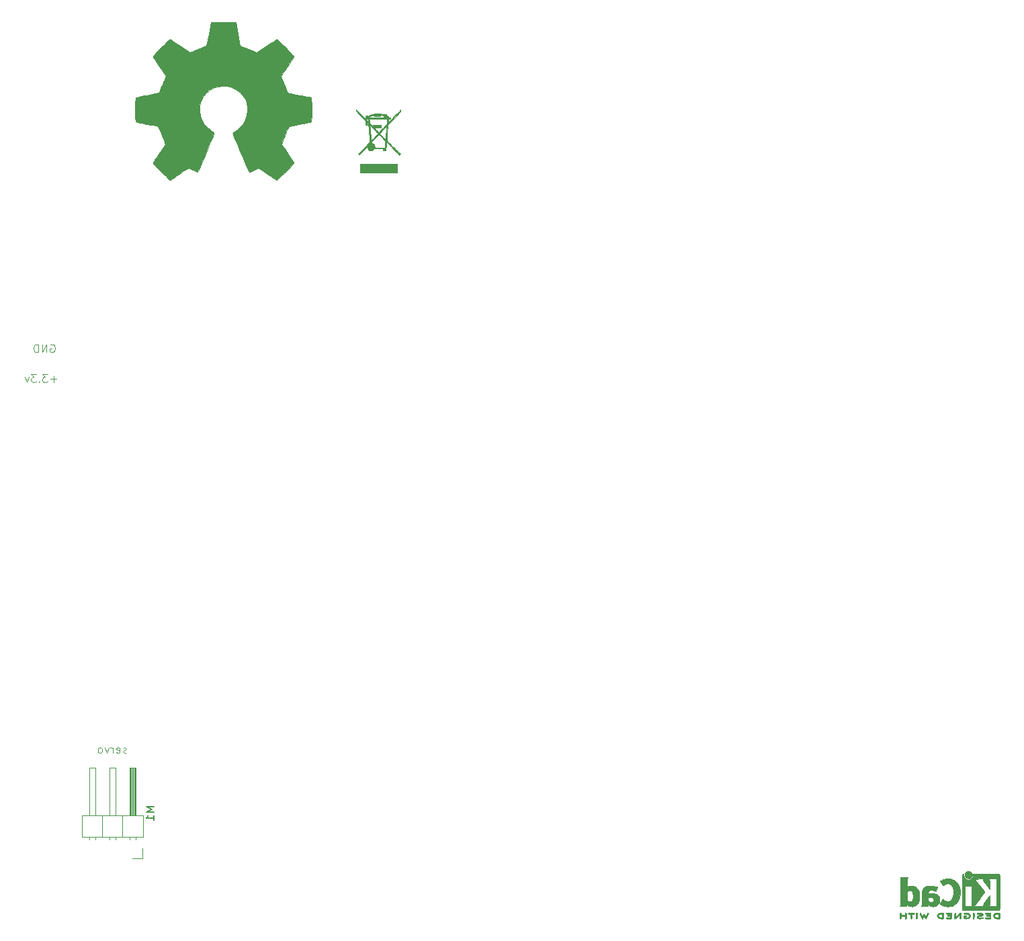
<source format=gbr>
%TF.GenerationSoftware,KiCad,Pcbnew,8.0.2*%
%TF.CreationDate,2024-07-17T11:39:07+05:30*%
%TF.ProjectId,smart lock,736d6172-7420-46c6-9f63-6b2e6b696361,v1*%
%TF.SameCoordinates,Original*%
%TF.FileFunction,Legend,Bot*%
%TF.FilePolarity,Positive*%
%FSLAX46Y46*%
G04 Gerber Fmt 4.6, Leading zero omitted, Abs format (unit mm)*
G04 Created by KiCad (PCBNEW 8.0.2) date 2024-07-17 11:39:07*
%MOMM*%
%LPD*%
G01*
G04 APERTURE LIST*
%ADD10C,0.100000*%
%ADD11C,0.150000*%
%ADD12C,0.010000*%
%ADD13C,0.120000*%
G04 APERTURE END LIST*
D10*
X60672306Y-83420038D02*
X60767544Y-83372419D01*
X60767544Y-83372419D02*
X60910401Y-83372419D01*
X60910401Y-83372419D02*
X61053258Y-83420038D01*
X61053258Y-83420038D02*
X61148496Y-83515276D01*
X61148496Y-83515276D02*
X61196115Y-83610514D01*
X61196115Y-83610514D02*
X61243734Y-83800990D01*
X61243734Y-83800990D02*
X61243734Y-83943847D01*
X61243734Y-83943847D02*
X61196115Y-84134323D01*
X61196115Y-84134323D02*
X61148496Y-84229561D01*
X61148496Y-84229561D02*
X61053258Y-84324800D01*
X61053258Y-84324800D02*
X60910401Y-84372419D01*
X60910401Y-84372419D02*
X60815163Y-84372419D01*
X60815163Y-84372419D02*
X60672306Y-84324800D01*
X60672306Y-84324800D02*
X60624687Y-84277180D01*
X60624687Y-84277180D02*
X60624687Y-83943847D01*
X60624687Y-83943847D02*
X60815163Y-83943847D01*
X60196115Y-84372419D02*
X60196115Y-83372419D01*
X60196115Y-83372419D02*
X59624687Y-84372419D01*
X59624687Y-84372419D02*
X59624687Y-83372419D01*
X59148496Y-84372419D02*
X59148496Y-83372419D01*
X59148496Y-83372419D02*
X58910401Y-83372419D01*
X58910401Y-83372419D02*
X58767544Y-83420038D01*
X58767544Y-83420038D02*
X58672306Y-83515276D01*
X58672306Y-83515276D02*
X58624687Y-83610514D01*
X58624687Y-83610514D02*
X58577068Y-83800990D01*
X58577068Y-83800990D02*
X58577068Y-83943847D01*
X58577068Y-83943847D02*
X58624687Y-84134323D01*
X58624687Y-84134323D02*
X58672306Y-84229561D01*
X58672306Y-84229561D02*
X58767544Y-84324800D01*
X58767544Y-84324800D02*
X58910401Y-84372419D01*
X58910401Y-84372419D02*
X59148496Y-84372419D01*
X61446115Y-87741466D02*
X60684211Y-87741466D01*
X61065163Y-88122419D02*
X61065163Y-87360514D01*
X60303258Y-87122419D02*
X59684211Y-87122419D01*
X59684211Y-87122419D02*
X60017544Y-87503371D01*
X60017544Y-87503371D02*
X59874687Y-87503371D01*
X59874687Y-87503371D02*
X59779449Y-87550990D01*
X59779449Y-87550990D02*
X59731830Y-87598609D01*
X59731830Y-87598609D02*
X59684211Y-87693847D01*
X59684211Y-87693847D02*
X59684211Y-87931942D01*
X59684211Y-87931942D02*
X59731830Y-88027180D01*
X59731830Y-88027180D02*
X59779449Y-88074800D01*
X59779449Y-88074800D02*
X59874687Y-88122419D01*
X59874687Y-88122419D02*
X60160401Y-88122419D01*
X60160401Y-88122419D02*
X60255639Y-88074800D01*
X60255639Y-88074800D02*
X60303258Y-88027180D01*
X59255639Y-88027180D02*
X59208020Y-88074800D01*
X59208020Y-88074800D02*
X59255639Y-88122419D01*
X59255639Y-88122419D02*
X59303258Y-88074800D01*
X59303258Y-88074800D02*
X59255639Y-88027180D01*
X59255639Y-88027180D02*
X59255639Y-88122419D01*
X58874687Y-87122419D02*
X58255640Y-87122419D01*
X58255640Y-87122419D02*
X58588973Y-87503371D01*
X58588973Y-87503371D02*
X58446116Y-87503371D01*
X58446116Y-87503371D02*
X58350878Y-87550990D01*
X58350878Y-87550990D02*
X58303259Y-87598609D01*
X58303259Y-87598609D02*
X58255640Y-87693847D01*
X58255640Y-87693847D02*
X58255640Y-87931942D01*
X58255640Y-87931942D02*
X58303259Y-88027180D01*
X58303259Y-88027180D02*
X58350878Y-88074800D01*
X58350878Y-88074800D02*
X58446116Y-88122419D01*
X58446116Y-88122419D02*
X58731830Y-88122419D01*
X58731830Y-88122419D02*
X58827068Y-88074800D01*
X58827068Y-88074800D02*
X58874687Y-88027180D01*
X57922306Y-87455752D02*
X57684211Y-88122419D01*
X57684211Y-88122419D02*
X57446116Y-87455752D01*
X70243734Y-134824800D02*
X70148496Y-134872419D01*
X70148496Y-134872419D02*
X69958020Y-134872419D01*
X69958020Y-134872419D02*
X69862782Y-134824800D01*
X69862782Y-134824800D02*
X69815163Y-134729561D01*
X69815163Y-134729561D02*
X69815163Y-134681942D01*
X69815163Y-134681942D02*
X69862782Y-134586704D01*
X69862782Y-134586704D02*
X69958020Y-134539085D01*
X69958020Y-134539085D02*
X70100877Y-134539085D01*
X70100877Y-134539085D02*
X70196115Y-134491466D01*
X70196115Y-134491466D02*
X70243734Y-134396228D01*
X70243734Y-134396228D02*
X70243734Y-134348609D01*
X70243734Y-134348609D02*
X70196115Y-134253371D01*
X70196115Y-134253371D02*
X70100877Y-134205752D01*
X70100877Y-134205752D02*
X69958020Y-134205752D01*
X69958020Y-134205752D02*
X69862782Y-134253371D01*
X69005639Y-134824800D02*
X69100877Y-134872419D01*
X69100877Y-134872419D02*
X69291353Y-134872419D01*
X69291353Y-134872419D02*
X69386591Y-134824800D01*
X69386591Y-134824800D02*
X69434210Y-134729561D01*
X69434210Y-134729561D02*
X69434210Y-134348609D01*
X69434210Y-134348609D02*
X69386591Y-134253371D01*
X69386591Y-134253371D02*
X69291353Y-134205752D01*
X69291353Y-134205752D02*
X69100877Y-134205752D01*
X69100877Y-134205752D02*
X69005639Y-134253371D01*
X69005639Y-134253371D02*
X68958020Y-134348609D01*
X68958020Y-134348609D02*
X68958020Y-134443847D01*
X68958020Y-134443847D02*
X69434210Y-134539085D01*
X68529448Y-134872419D02*
X68529448Y-134205752D01*
X68529448Y-134396228D02*
X68481829Y-134300990D01*
X68481829Y-134300990D02*
X68434210Y-134253371D01*
X68434210Y-134253371D02*
X68338972Y-134205752D01*
X68338972Y-134205752D02*
X68243734Y-134205752D01*
X68005638Y-134205752D02*
X67767543Y-134872419D01*
X67767543Y-134872419D02*
X67529448Y-134205752D01*
X67005638Y-134872419D02*
X67100876Y-134824800D01*
X67100876Y-134824800D02*
X67148495Y-134777180D01*
X67148495Y-134777180D02*
X67196114Y-134681942D01*
X67196114Y-134681942D02*
X67196114Y-134396228D01*
X67196114Y-134396228D02*
X67148495Y-134300990D01*
X67148495Y-134300990D02*
X67100876Y-134253371D01*
X67100876Y-134253371D02*
X67005638Y-134205752D01*
X67005638Y-134205752D02*
X66862781Y-134205752D01*
X66862781Y-134205752D02*
X66767543Y-134253371D01*
X66767543Y-134253371D02*
X66719924Y-134300990D01*
X66719924Y-134300990D02*
X66672305Y-134396228D01*
X66672305Y-134396228D02*
X66672305Y-134681942D01*
X66672305Y-134681942D02*
X66719924Y-134777180D01*
X66719924Y-134777180D02*
X66767543Y-134824800D01*
X66767543Y-134824800D02*
X66862781Y-134872419D01*
X66862781Y-134872419D02*
X67005638Y-134872419D01*
D11*
X73749819Y-141680476D02*
X72749819Y-141680476D01*
X72749819Y-141680476D02*
X73464104Y-142013809D01*
X73464104Y-142013809D02*
X72749819Y-142347142D01*
X72749819Y-142347142D02*
X73749819Y-142347142D01*
X73749819Y-143347142D02*
X73749819Y-142775714D01*
X73749819Y-143061428D02*
X72749819Y-143061428D01*
X72749819Y-143061428D02*
X72892676Y-142966190D01*
X72892676Y-142966190D02*
X72987914Y-142870952D01*
X72987914Y-142870952D02*
X73035533Y-142775714D01*
D12*
%TO.C,REF\u002A\u002A*%
X104356184Y-61760526D02*
X99677237Y-61760526D01*
X99677237Y-60607500D01*
X104356184Y-60607500D01*
X104356184Y-61760526D01*
G36*
X104356184Y-61760526D02*
G01*
X99677237Y-61760526D01*
X99677237Y-60607500D01*
X104356184Y-60607500D01*
X104356184Y-61760526D01*
G37*
X102985938Y-54395362D02*
X102986595Y-54412572D01*
X102995141Y-54441467D01*
X103019466Y-54465972D01*
X103066918Y-54495143D01*
X103108573Y-54521793D01*
X103171989Y-54572960D01*
X103229460Y-54630400D01*
X103273422Y-54686279D01*
X103296311Y-54732762D01*
X103301919Y-54750674D01*
X103312309Y-54762970D01*
X103315812Y-54767116D01*
X103344445Y-54774083D01*
X103397141Y-54775526D01*
X103487237Y-54775526D01*
X103487237Y-54925921D01*
X103275228Y-54925921D01*
X103255433Y-55162183D01*
X103252775Y-55194483D01*
X103246583Y-55275340D01*
X103242208Y-55341135D01*
X103240030Y-55385791D01*
X103240426Y-55403233D01*
X103246185Y-55398219D01*
X103272462Y-55372083D01*
X103317888Y-55325758D01*
X103380166Y-55261647D01*
X103456997Y-55182150D01*
X103546080Y-55089669D01*
X103645119Y-54986606D01*
X103751814Y-54875362D01*
X103863865Y-54758338D01*
X103978975Y-54637936D01*
X104094844Y-54516558D01*
X104209174Y-54396604D01*
X104319666Y-54280476D01*
X104424021Y-54170575D01*
X104519940Y-54069304D01*
X104605124Y-53979063D01*
X104677275Y-53902253D01*
X104806194Y-53764539D01*
X104806781Y-53881852D01*
X104807368Y-53999164D01*
X104009286Y-54838485D01*
X103211204Y-55677807D01*
X103195250Y-55869106D01*
X103131419Y-56634528D01*
X103120138Y-56770287D01*
X103106140Y-56940154D01*
X103093220Y-57098505D01*
X103081627Y-57242228D01*
X103071607Y-57368210D01*
X103063407Y-57473338D01*
X103057274Y-57554501D01*
X103053456Y-57608586D01*
X103052199Y-57632480D01*
X103055517Y-57643429D01*
X103070429Y-57667071D01*
X103098709Y-57702703D01*
X103112358Y-57718277D01*
X103141864Y-57751948D01*
X103201399Y-57816428D01*
X103278820Y-57897768D01*
X103375632Y-57997591D01*
X103493342Y-58117520D01*
X103633454Y-58259179D01*
X103725628Y-58352136D01*
X103854119Y-58481795D01*
X103982159Y-58611079D01*
X104105900Y-58736097D01*
X104221492Y-58852959D01*
X104325085Y-58957774D01*
X104412831Y-59046652D01*
X104480881Y-59115702D01*
X104747617Y-59386757D01*
X104699169Y-59437326D01*
X104687743Y-59448719D01*
X104654035Y-59476697D01*
X104630910Y-59487895D01*
X104612805Y-59478335D01*
X104579145Y-59449649D01*
X104538792Y-59408520D01*
X104514230Y-59382542D01*
X104468423Y-59335104D01*
X104403683Y-59268566D01*
X104322295Y-59185263D01*
X104226545Y-59087528D01*
X104118721Y-58977695D01*
X104001108Y-58858096D01*
X103875992Y-58731066D01*
X103745659Y-58598938D01*
X103024831Y-57868732D01*
X102995469Y-58248017D01*
X102989068Y-58328972D01*
X102979721Y-58437793D01*
X102971290Y-58520217D01*
X102963151Y-58580575D01*
X102954679Y-58623200D01*
X102945250Y-58652424D01*
X102934237Y-58672580D01*
X102918825Y-58700750D01*
X102906143Y-58752539D01*
X102902368Y-58827152D01*
X102902368Y-58936447D01*
X102601579Y-58936447D01*
X102601579Y-58702500D01*
X101477832Y-58702500D01*
X101412875Y-58776295D01*
X101395110Y-58795511D01*
X101298831Y-58872712D01*
X101190049Y-58920239D01*
X101072262Y-58936447D01*
X100968327Y-58927854D01*
X100850770Y-58891628D01*
X100750134Y-58826882D01*
X100730520Y-58808378D01*
X100681503Y-58748475D01*
X100638497Y-58678693D01*
X100607658Y-58609909D01*
X100595141Y-58553002D01*
X100594899Y-58544741D01*
X100593099Y-58514471D01*
X100588392Y-58493563D01*
X100578544Y-58483669D01*
X100561323Y-58486444D01*
X100534494Y-58503540D01*
X100495824Y-58536610D01*
X100443080Y-58587307D01*
X100374028Y-58657285D01*
X100286434Y-58748197D01*
X100178065Y-58861695D01*
X100120342Y-58922280D01*
X100023855Y-59023718D01*
X99932568Y-59119889D01*
X99850059Y-59207013D01*
X99779906Y-59281311D01*
X99725685Y-59339003D01*
X99690974Y-59376310D01*
X99596092Y-59479539D01*
X99537449Y-59421052D01*
X99478805Y-59362566D01*
X100204179Y-58602237D01*
X100249916Y-58554263D01*
X100412633Y-58382940D01*
X100552313Y-58234738D01*
X100669373Y-58109198D01*
X100764233Y-58005861D01*
X100831309Y-57930967D01*
X101105947Y-57930967D01*
X101108106Y-57948589D01*
X101108483Y-57950430D01*
X101126480Y-57992171D01*
X101162428Y-58011620D01*
X101273237Y-58053083D01*
X101371963Y-58122156D01*
X101449611Y-58213524D01*
X101502828Y-58323195D01*
X101528258Y-58447173D01*
X101536681Y-58552105D01*
X102798482Y-58552105D01*
X102807280Y-58514506D01*
X102808836Y-58505279D01*
X102813672Y-58464018D01*
X102820271Y-58397304D01*
X102828142Y-58310453D01*
X102836797Y-58208777D01*
X102845743Y-58097592D01*
X102875409Y-57718277D01*
X102475532Y-57312198D01*
X102402187Y-57237961D01*
X102312447Y-57147837D01*
X102231940Y-57067775D01*
X102163488Y-57000542D01*
X102109917Y-56948910D01*
X102074052Y-56915646D01*
X102058715Y-56903521D01*
X102048431Y-56909314D01*
X102017801Y-56935675D01*
X101971705Y-56979709D01*
X101914265Y-57037444D01*
X101849605Y-57104911D01*
X101832738Y-57122804D01*
X101757107Y-57202839D01*
X101666984Y-57297977D01*
X101569155Y-57401067D01*
X101470405Y-57504956D01*
X101377520Y-57602493D01*
X101371940Y-57608346D01*
X101285584Y-57699214D01*
X101219690Y-57769577D01*
X101171651Y-57822783D01*
X101138863Y-57862177D01*
X101118720Y-57891108D01*
X101108616Y-57912922D01*
X101105947Y-57930967D01*
X100831309Y-57930967D01*
X100837311Y-57924266D01*
X100889026Y-57863955D01*
X100919796Y-57824466D01*
X100930040Y-57805342D01*
X100930041Y-57805229D01*
X100928636Y-57781394D01*
X100924531Y-57727967D01*
X100918048Y-57648584D01*
X100909508Y-57546880D01*
X100899233Y-57426493D01*
X100887544Y-57291057D01*
X100874763Y-57144211D01*
X100861212Y-56989590D01*
X100847212Y-56830830D01*
X100833085Y-56671568D01*
X100819153Y-56515441D01*
X100805736Y-56366083D01*
X100793157Y-56227133D01*
X100781738Y-56102226D01*
X100771799Y-55994998D01*
X100763662Y-55909087D01*
X100757650Y-55848127D01*
X100754083Y-55815756D01*
X100746891Y-55761538D01*
X100918573Y-55761538D01*
X100920772Y-55802630D01*
X100925611Y-55871735D01*
X100932848Y-55965870D01*
X100942241Y-56082053D01*
X100953547Y-56217299D01*
X100966523Y-56368627D01*
X100980929Y-56533054D01*
X100996521Y-56707597D01*
X101008710Y-56842206D01*
X101023976Y-57009145D01*
X101038269Y-57163618D01*
X101051305Y-57302649D01*
X101062800Y-57423264D01*
X101072470Y-57522489D01*
X101080030Y-57597348D01*
X101085197Y-57644867D01*
X101087686Y-57662072D01*
X101095236Y-57656742D01*
X101122922Y-57630578D01*
X101167909Y-57585637D01*
X101227100Y-57525191D01*
X101297399Y-57452509D01*
X101375708Y-57370864D01*
X101458930Y-57283526D01*
X101543969Y-57193767D01*
X101627727Y-57104858D01*
X101707107Y-57020070D01*
X101779013Y-56942673D01*
X101840347Y-56875941D01*
X101888013Y-56823142D01*
X101918913Y-56787550D01*
X101927941Y-56775186D01*
X102169574Y-56775186D01*
X102535971Y-57141299D01*
X102625569Y-57230679D01*
X102710013Y-57314320D01*
X102775427Y-57378027D01*
X102824208Y-57423868D01*
X102858753Y-57453909D01*
X102881459Y-57470218D01*
X102894722Y-57474862D01*
X102900940Y-57469908D01*
X102902509Y-57457423D01*
X102903515Y-57437363D01*
X102907140Y-57385712D01*
X102913130Y-57307320D01*
X102921198Y-57205759D01*
X102931055Y-57084602D01*
X102942413Y-56947421D01*
X102954984Y-56797787D01*
X102968480Y-56639271D01*
X102980395Y-56499563D01*
X102992811Y-56352414D01*
X103003943Y-56218805D01*
X103013526Y-56102028D01*
X103021290Y-56005378D01*
X103026969Y-55932145D01*
X103030297Y-55885624D01*
X103031004Y-55869106D01*
X103030444Y-55869416D01*
X103014663Y-55884623D01*
X102979606Y-55920303D01*
X102928363Y-55973220D01*
X102864019Y-56040139D01*
X102789664Y-56117823D01*
X102708385Y-56203036D01*
X102623270Y-56292541D01*
X102537406Y-56383102D01*
X102453881Y-56471483D01*
X102375784Y-56554448D01*
X102306202Y-56628760D01*
X102172141Y-56772434D01*
X102169574Y-56775186D01*
X101927941Y-56775186D01*
X101929951Y-56772434D01*
X101919131Y-56757785D01*
X101887674Y-56722722D01*
X101838503Y-56670265D01*
X101774544Y-56603372D01*
X101698723Y-56524999D01*
X101613967Y-56438103D01*
X101523202Y-56345641D01*
X101429356Y-56250569D01*
X101335354Y-56155845D01*
X101244124Y-56064424D01*
X101158591Y-55979265D01*
X101081683Y-55903323D01*
X101016326Y-55839556D01*
X100965446Y-55790920D01*
X100931970Y-55760372D01*
X100918824Y-55750868D01*
X100918573Y-55761538D01*
X100746891Y-55761538D01*
X100744663Y-55744737D01*
X100379079Y-55744737D01*
X100378641Y-55464835D01*
X100378414Y-55319584D01*
X100512763Y-55319584D01*
X100512763Y-55611052D01*
X100621382Y-55611052D01*
X100631045Y-55611044D01*
X100685604Y-55609880D01*
X100715276Y-55604902D01*
X100727571Y-55593477D01*
X100730000Y-55572971D01*
X100719301Y-55542829D01*
X100682654Y-55492687D01*
X100621382Y-55427237D01*
X100512763Y-55319584D01*
X100378414Y-55319584D01*
X100378204Y-55184934D01*
X99777885Y-54575000D01*
X99177567Y-53965066D01*
X99176744Y-53849337D01*
X99175921Y-53733610D01*
X99895969Y-54463449D01*
X99965564Y-54533944D01*
X100109975Y-54679828D01*
X100233442Y-54803875D01*
X100337560Y-54907611D01*
X100423925Y-54992562D01*
X100494132Y-55060256D01*
X100549776Y-55112219D01*
X100592452Y-55149977D01*
X100623756Y-55175057D01*
X100645282Y-55188986D01*
X100658625Y-55193289D01*
X100681125Y-55191986D01*
X100693756Y-55182468D01*
X100695934Y-55156427D01*
X100690697Y-55105559D01*
X100687086Y-55073533D01*
X100682061Y-55020002D01*
X100680037Y-54984408D01*
X100679045Y-54972138D01*
X100669386Y-54958996D01*
X100642703Y-54954641D01*
X100590902Y-54956542D01*
X100577676Y-54957287D01*
X100524733Y-54956447D01*
X100487073Y-54944813D01*
X100460529Y-54925921D01*
X100836974Y-54925921D01*
X100842504Y-54988585D01*
X100845058Y-55017017D01*
X100853018Y-55094642D01*
X100860861Y-55145769D01*
X100870031Y-55175711D01*
X100881973Y-55189780D01*
X100898129Y-55193289D01*
X100912656Y-55195679D01*
X100922289Y-55207098D01*
X100927672Y-55233645D01*
X100930015Y-55281414D01*
X100930526Y-55356502D01*
X100930526Y-55519715D01*
X100983948Y-55572971D01*
X101114342Y-55702960D01*
X101298158Y-55886206D01*
X101298158Y-55744737D01*
X102300790Y-55744737D01*
X102300790Y-56062237D01*
X101478827Y-56062237D01*
X101757589Y-56350493D01*
X101810984Y-56405548D01*
X101884817Y-56481120D01*
X101948929Y-56546082D01*
X101999961Y-56597060D01*
X102034557Y-56630681D01*
X102049357Y-56643574D01*
X102054983Y-56640018D01*
X102081363Y-56616118D01*
X102126849Y-56571862D01*
X102189012Y-56509708D01*
X102265422Y-56432115D01*
X102353649Y-56341540D01*
X102451262Y-56240441D01*
X102555833Y-56131275D01*
X102660940Y-56020964D01*
X102763974Y-55912246D01*
X102847530Y-55823136D01*
X102913654Y-55751271D01*
X102964387Y-55694289D01*
X103001775Y-55649828D01*
X103027860Y-55615525D01*
X103044687Y-55589017D01*
X103054298Y-55567942D01*
X103058739Y-55549939D01*
X103059916Y-55541169D01*
X103065136Y-55492847D01*
X103071742Y-55421707D01*
X103079008Y-55335861D01*
X103086207Y-55243421D01*
X103088648Y-55211225D01*
X103095701Y-55124236D01*
X103102425Y-55049203D01*
X103108160Y-54993255D01*
X103112240Y-54963520D01*
X103120242Y-54925921D01*
X100836974Y-54925921D01*
X100460529Y-54925921D01*
X100449956Y-54918396D01*
X100443563Y-54912835D01*
X100391285Y-54845487D01*
X100370581Y-54775526D01*
X100823481Y-54775526D01*
X102703306Y-54775526D01*
X102700583Y-54708684D01*
X102985921Y-54708684D01*
X102985921Y-54775526D01*
X103061706Y-54775526D01*
X103084412Y-54775366D01*
X103118054Y-54772442D01*
X103127766Y-54762970D01*
X103120227Y-54743267D01*
X103117999Y-54739511D01*
X103092990Y-54710623D01*
X103056757Y-54678563D01*
X103020613Y-54652560D01*
X102995874Y-54641842D01*
X102993650Y-54643536D01*
X102988131Y-54666810D01*
X102985921Y-54708684D01*
X102700583Y-54708684D01*
X102698397Y-54655007D01*
X102693487Y-54534488D01*
X102593224Y-54514348D01*
X102542943Y-54505214D01*
X102458975Y-54492425D01*
X102380165Y-54482776D01*
X102267368Y-54471345D01*
X102267368Y-54608421D01*
X101498684Y-54608421D01*
X101498684Y-54487596D01*
X101402599Y-54499065D01*
X101255787Y-54523646D01*
X101108032Y-54568089D01*
X100985814Y-54630062D01*
X100887062Y-54710413D01*
X100823481Y-54775526D01*
X100370581Y-54775526D01*
X100368281Y-54767754D01*
X100375328Y-54686211D01*
X100413203Y-54607434D01*
X100416868Y-54602529D01*
X100467486Y-54560327D01*
X100533474Y-54535365D01*
X100604607Y-54528725D01*
X100670664Y-54541492D01*
X100721419Y-54574750D01*
X100738604Y-54591729D01*
X100755345Y-54595844D01*
X100779318Y-54583115D01*
X100819799Y-54551332D01*
X100832219Y-54541564D01*
X100928111Y-54479911D01*
X101041715Y-54425084D01*
X101134630Y-54391184D01*
X101632368Y-54391184D01*
X101632368Y-54474737D01*
X102133684Y-54474737D01*
X102133684Y-54391184D01*
X101632368Y-54391184D01*
X101134630Y-54391184D01*
X101162453Y-54381033D01*
X101279746Y-54351706D01*
X101383017Y-54341052D01*
X101393988Y-54340968D01*
X101454970Y-54335031D01*
X101488460Y-54318385D01*
X101498684Y-54289133D01*
X101499885Y-54279917D01*
X101506449Y-54271991D01*
X101522391Y-54266189D01*
X101551719Y-54262181D01*
X101598440Y-54259639D01*
X101666559Y-54258230D01*
X101760086Y-54257628D01*
X101883026Y-54257500D01*
X101998219Y-54257725D01*
X102096126Y-54258635D01*
X102167800Y-54260469D01*
X102217001Y-54263466D01*
X102247490Y-54267863D01*
X102263025Y-54273898D01*
X102267368Y-54281808D01*
X102281653Y-54301232D01*
X102321678Y-54313627D01*
X102336997Y-54315796D01*
X102389230Y-54323430D01*
X102458737Y-54333778D01*
X102534737Y-54345240D01*
X102576651Y-54351075D01*
X102637992Y-54357394D01*
X102681273Y-54358918D01*
X102699057Y-54355197D01*
X102702094Y-54352773D01*
X102730130Y-54346785D01*
X102780564Y-54342617D01*
X102845274Y-54341052D01*
X102985921Y-54341052D01*
X102985937Y-54391184D01*
X102985938Y-54395362D01*
G36*
X102985938Y-54395362D02*
G01*
X102986595Y-54412572D01*
X102995141Y-54441467D01*
X103019466Y-54465972D01*
X103066918Y-54495143D01*
X103108573Y-54521793D01*
X103171989Y-54572960D01*
X103229460Y-54630400D01*
X103273422Y-54686279D01*
X103296311Y-54732762D01*
X103301919Y-54750674D01*
X103312309Y-54762970D01*
X103315812Y-54767116D01*
X103344445Y-54774083D01*
X103397141Y-54775526D01*
X103487237Y-54775526D01*
X103487237Y-54925921D01*
X103275228Y-54925921D01*
X103255433Y-55162183D01*
X103252775Y-55194483D01*
X103246583Y-55275340D01*
X103242208Y-55341135D01*
X103240030Y-55385791D01*
X103240426Y-55403233D01*
X103246185Y-55398219D01*
X103272462Y-55372083D01*
X103317888Y-55325758D01*
X103380166Y-55261647D01*
X103456997Y-55182150D01*
X103546080Y-55089669D01*
X103645119Y-54986606D01*
X103751814Y-54875362D01*
X103863865Y-54758338D01*
X103978975Y-54637936D01*
X104094844Y-54516558D01*
X104209174Y-54396604D01*
X104319666Y-54280476D01*
X104424021Y-54170575D01*
X104519940Y-54069304D01*
X104605124Y-53979063D01*
X104677275Y-53902253D01*
X104806194Y-53764539D01*
X104806781Y-53881852D01*
X104807368Y-53999164D01*
X104009286Y-54838485D01*
X103211204Y-55677807D01*
X103195250Y-55869106D01*
X103131419Y-56634528D01*
X103120138Y-56770287D01*
X103106140Y-56940154D01*
X103093220Y-57098505D01*
X103081627Y-57242228D01*
X103071607Y-57368210D01*
X103063407Y-57473338D01*
X103057274Y-57554501D01*
X103053456Y-57608586D01*
X103052199Y-57632480D01*
X103055517Y-57643429D01*
X103070429Y-57667071D01*
X103098709Y-57702703D01*
X103112358Y-57718277D01*
X103141864Y-57751948D01*
X103201399Y-57816428D01*
X103278820Y-57897768D01*
X103375632Y-57997591D01*
X103493342Y-58117520D01*
X103633454Y-58259179D01*
X103725628Y-58352136D01*
X103854119Y-58481795D01*
X103982159Y-58611079D01*
X104105900Y-58736097D01*
X104221492Y-58852959D01*
X104325085Y-58957774D01*
X104412831Y-59046652D01*
X104480881Y-59115702D01*
X104747617Y-59386757D01*
X104699169Y-59437326D01*
X104687743Y-59448719D01*
X104654035Y-59476697D01*
X104630910Y-59487895D01*
X104612805Y-59478335D01*
X104579145Y-59449649D01*
X104538792Y-59408520D01*
X104514230Y-59382542D01*
X104468423Y-59335104D01*
X104403683Y-59268566D01*
X104322295Y-59185263D01*
X104226545Y-59087528D01*
X104118721Y-58977695D01*
X104001108Y-58858096D01*
X103875992Y-58731066D01*
X103745659Y-58598938D01*
X103024831Y-57868732D01*
X102995469Y-58248017D01*
X102989068Y-58328972D01*
X102979721Y-58437793D01*
X102971290Y-58520217D01*
X102963151Y-58580575D01*
X102954679Y-58623200D01*
X102945250Y-58652424D01*
X102934237Y-58672580D01*
X102918825Y-58700750D01*
X102906143Y-58752539D01*
X102902368Y-58827152D01*
X102902368Y-58936447D01*
X102601579Y-58936447D01*
X102601579Y-58702500D01*
X101477832Y-58702500D01*
X101412875Y-58776295D01*
X101395110Y-58795511D01*
X101298831Y-58872712D01*
X101190049Y-58920239D01*
X101072262Y-58936447D01*
X100968327Y-58927854D01*
X100850770Y-58891628D01*
X100750134Y-58826882D01*
X100730520Y-58808378D01*
X100681503Y-58748475D01*
X100638497Y-58678693D01*
X100607658Y-58609909D01*
X100595141Y-58553002D01*
X100594899Y-58544741D01*
X100593099Y-58514471D01*
X100588392Y-58493563D01*
X100578544Y-58483669D01*
X100561323Y-58486444D01*
X100534494Y-58503540D01*
X100495824Y-58536610D01*
X100443080Y-58587307D01*
X100374028Y-58657285D01*
X100286434Y-58748197D01*
X100178065Y-58861695D01*
X100120342Y-58922280D01*
X100023855Y-59023718D01*
X99932568Y-59119889D01*
X99850059Y-59207013D01*
X99779906Y-59281311D01*
X99725685Y-59339003D01*
X99690974Y-59376310D01*
X99596092Y-59479539D01*
X99537449Y-59421052D01*
X99478805Y-59362566D01*
X100204179Y-58602237D01*
X100249916Y-58554263D01*
X100412633Y-58382940D01*
X100552313Y-58234738D01*
X100669373Y-58109198D01*
X100764233Y-58005861D01*
X100831309Y-57930967D01*
X101105947Y-57930967D01*
X101108106Y-57948589D01*
X101108483Y-57950430D01*
X101126480Y-57992171D01*
X101162428Y-58011620D01*
X101273237Y-58053083D01*
X101371963Y-58122156D01*
X101449611Y-58213524D01*
X101502828Y-58323195D01*
X101528258Y-58447173D01*
X101536681Y-58552105D01*
X102798482Y-58552105D01*
X102807280Y-58514506D01*
X102808836Y-58505279D01*
X102813672Y-58464018D01*
X102820271Y-58397304D01*
X102828142Y-58310453D01*
X102836797Y-58208777D01*
X102845743Y-58097592D01*
X102875409Y-57718277D01*
X102475532Y-57312198D01*
X102402187Y-57237961D01*
X102312447Y-57147837D01*
X102231940Y-57067775D01*
X102163488Y-57000542D01*
X102109917Y-56948910D01*
X102074052Y-56915646D01*
X102058715Y-56903521D01*
X102048431Y-56909314D01*
X102017801Y-56935675D01*
X101971705Y-56979709D01*
X101914265Y-57037444D01*
X101849605Y-57104911D01*
X101832738Y-57122804D01*
X101757107Y-57202839D01*
X101666984Y-57297977D01*
X101569155Y-57401067D01*
X101470405Y-57504956D01*
X101377520Y-57602493D01*
X101371940Y-57608346D01*
X101285584Y-57699214D01*
X101219690Y-57769577D01*
X101171651Y-57822783D01*
X101138863Y-57862177D01*
X101118720Y-57891108D01*
X101108616Y-57912922D01*
X101105947Y-57930967D01*
X100831309Y-57930967D01*
X100837311Y-57924266D01*
X100889026Y-57863955D01*
X100919796Y-57824466D01*
X100930040Y-57805342D01*
X100930041Y-57805229D01*
X100928636Y-57781394D01*
X100924531Y-57727967D01*
X100918048Y-57648584D01*
X100909508Y-57546880D01*
X100899233Y-57426493D01*
X100887544Y-57291057D01*
X100874763Y-57144211D01*
X100861212Y-56989590D01*
X100847212Y-56830830D01*
X100833085Y-56671568D01*
X100819153Y-56515441D01*
X100805736Y-56366083D01*
X100793157Y-56227133D01*
X100781738Y-56102226D01*
X100771799Y-55994998D01*
X100763662Y-55909087D01*
X100757650Y-55848127D01*
X100754083Y-55815756D01*
X100746891Y-55761538D01*
X100918573Y-55761538D01*
X100920772Y-55802630D01*
X100925611Y-55871735D01*
X100932848Y-55965870D01*
X100942241Y-56082053D01*
X100953547Y-56217299D01*
X100966523Y-56368627D01*
X100980929Y-56533054D01*
X100996521Y-56707597D01*
X101008710Y-56842206D01*
X101023976Y-57009145D01*
X101038269Y-57163618D01*
X101051305Y-57302649D01*
X101062800Y-57423264D01*
X101072470Y-57522489D01*
X101080030Y-57597348D01*
X101085197Y-57644867D01*
X101087686Y-57662072D01*
X101095236Y-57656742D01*
X101122922Y-57630578D01*
X101167909Y-57585637D01*
X101227100Y-57525191D01*
X101297399Y-57452509D01*
X101375708Y-57370864D01*
X101458930Y-57283526D01*
X101543969Y-57193767D01*
X101627727Y-57104858D01*
X101707107Y-57020070D01*
X101779013Y-56942673D01*
X101840347Y-56875941D01*
X101888013Y-56823142D01*
X101918913Y-56787550D01*
X101927941Y-56775186D01*
X102169574Y-56775186D01*
X102535971Y-57141299D01*
X102625569Y-57230679D01*
X102710013Y-57314320D01*
X102775427Y-57378027D01*
X102824208Y-57423868D01*
X102858753Y-57453909D01*
X102881459Y-57470218D01*
X102894722Y-57474862D01*
X102900940Y-57469908D01*
X102902509Y-57457423D01*
X102903515Y-57437363D01*
X102907140Y-57385712D01*
X102913130Y-57307320D01*
X102921198Y-57205759D01*
X102931055Y-57084602D01*
X102942413Y-56947421D01*
X102954984Y-56797787D01*
X102968480Y-56639271D01*
X102980395Y-56499563D01*
X102992811Y-56352414D01*
X103003943Y-56218805D01*
X103013526Y-56102028D01*
X103021290Y-56005378D01*
X103026969Y-55932145D01*
X103030297Y-55885624D01*
X103031004Y-55869106D01*
X103030444Y-55869416D01*
X103014663Y-55884623D01*
X102979606Y-55920303D01*
X102928363Y-55973220D01*
X102864019Y-56040139D01*
X102789664Y-56117823D01*
X102708385Y-56203036D01*
X102623270Y-56292541D01*
X102537406Y-56383102D01*
X102453881Y-56471483D01*
X102375784Y-56554448D01*
X102306202Y-56628760D01*
X102172141Y-56772434D01*
X102169574Y-56775186D01*
X101927941Y-56775186D01*
X101929951Y-56772434D01*
X101919131Y-56757785D01*
X101887674Y-56722722D01*
X101838503Y-56670265D01*
X101774544Y-56603372D01*
X101698723Y-56524999D01*
X101613967Y-56438103D01*
X101523202Y-56345641D01*
X101429356Y-56250569D01*
X101335354Y-56155845D01*
X101244124Y-56064424D01*
X101158591Y-55979265D01*
X101081683Y-55903323D01*
X101016326Y-55839556D01*
X100965446Y-55790920D01*
X100931970Y-55760372D01*
X100918824Y-55750868D01*
X100918573Y-55761538D01*
X100746891Y-55761538D01*
X100744663Y-55744737D01*
X100379079Y-55744737D01*
X100378641Y-55464835D01*
X100378414Y-55319584D01*
X100512763Y-55319584D01*
X100512763Y-55611052D01*
X100621382Y-55611052D01*
X100631045Y-55611044D01*
X100685604Y-55609880D01*
X100715276Y-55604902D01*
X100727571Y-55593477D01*
X100730000Y-55572971D01*
X100719301Y-55542829D01*
X100682654Y-55492687D01*
X100621382Y-55427237D01*
X100512763Y-55319584D01*
X100378414Y-55319584D01*
X100378204Y-55184934D01*
X99777885Y-54575000D01*
X99177567Y-53965066D01*
X99176744Y-53849337D01*
X99175921Y-53733610D01*
X99895969Y-54463449D01*
X99965564Y-54533944D01*
X100109975Y-54679828D01*
X100233442Y-54803875D01*
X100337560Y-54907611D01*
X100423925Y-54992562D01*
X100494132Y-55060256D01*
X100549776Y-55112219D01*
X100592452Y-55149977D01*
X100623756Y-55175057D01*
X100645282Y-55188986D01*
X100658625Y-55193289D01*
X100681125Y-55191986D01*
X100693756Y-55182468D01*
X100695934Y-55156427D01*
X100690697Y-55105559D01*
X100687086Y-55073533D01*
X100682061Y-55020002D01*
X100680037Y-54984408D01*
X100679045Y-54972138D01*
X100669386Y-54958996D01*
X100642703Y-54954641D01*
X100590902Y-54956542D01*
X100577676Y-54957287D01*
X100524733Y-54956447D01*
X100487073Y-54944813D01*
X100460529Y-54925921D01*
X100836974Y-54925921D01*
X100842504Y-54988585D01*
X100845058Y-55017017D01*
X100853018Y-55094642D01*
X100860861Y-55145769D01*
X100870031Y-55175711D01*
X100881973Y-55189780D01*
X100898129Y-55193289D01*
X100912656Y-55195679D01*
X100922289Y-55207098D01*
X100927672Y-55233645D01*
X100930015Y-55281414D01*
X100930526Y-55356502D01*
X100930526Y-55519715D01*
X100983948Y-55572971D01*
X101114342Y-55702960D01*
X101298158Y-55886206D01*
X101298158Y-55744737D01*
X102300790Y-55744737D01*
X102300790Y-56062237D01*
X101478827Y-56062237D01*
X101757589Y-56350493D01*
X101810984Y-56405548D01*
X101884817Y-56481120D01*
X101948929Y-56546082D01*
X101999961Y-56597060D01*
X102034557Y-56630681D01*
X102049357Y-56643574D01*
X102054983Y-56640018D01*
X102081363Y-56616118D01*
X102126849Y-56571862D01*
X102189012Y-56509708D01*
X102265422Y-56432115D01*
X102353649Y-56341540D01*
X102451262Y-56240441D01*
X102555833Y-56131275D01*
X102660940Y-56020964D01*
X102763974Y-55912246D01*
X102847530Y-55823136D01*
X102913654Y-55751271D01*
X102964387Y-55694289D01*
X103001775Y-55649828D01*
X103027860Y-55615525D01*
X103044687Y-55589017D01*
X103054298Y-55567942D01*
X103058739Y-55549939D01*
X103059916Y-55541169D01*
X103065136Y-55492847D01*
X103071742Y-55421707D01*
X103079008Y-55335861D01*
X103086207Y-55243421D01*
X103088648Y-55211225D01*
X103095701Y-55124236D01*
X103102425Y-55049203D01*
X103108160Y-54993255D01*
X103112240Y-54963520D01*
X103120242Y-54925921D01*
X100836974Y-54925921D01*
X100460529Y-54925921D01*
X100449956Y-54918396D01*
X100443563Y-54912835D01*
X100391285Y-54845487D01*
X100370581Y-54775526D01*
X100823481Y-54775526D01*
X102703306Y-54775526D01*
X102700583Y-54708684D01*
X102985921Y-54708684D01*
X102985921Y-54775526D01*
X103061706Y-54775526D01*
X103084412Y-54775366D01*
X103118054Y-54772442D01*
X103127766Y-54762970D01*
X103120227Y-54743267D01*
X103117999Y-54739511D01*
X103092990Y-54710623D01*
X103056757Y-54678563D01*
X103020613Y-54652560D01*
X102995874Y-54641842D01*
X102993650Y-54643536D01*
X102988131Y-54666810D01*
X102985921Y-54708684D01*
X102700583Y-54708684D01*
X102698397Y-54655007D01*
X102693487Y-54534488D01*
X102593224Y-54514348D01*
X102542943Y-54505214D01*
X102458975Y-54492425D01*
X102380165Y-54482776D01*
X102267368Y-54471345D01*
X102267368Y-54608421D01*
X101498684Y-54608421D01*
X101498684Y-54487596D01*
X101402599Y-54499065D01*
X101255787Y-54523646D01*
X101108032Y-54568089D01*
X100985814Y-54630062D01*
X100887062Y-54710413D01*
X100823481Y-54775526D01*
X100370581Y-54775526D01*
X100368281Y-54767754D01*
X100375328Y-54686211D01*
X100413203Y-54607434D01*
X100416868Y-54602529D01*
X100467486Y-54560327D01*
X100533474Y-54535365D01*
X100604607Y-54528725D01*
X100670664Y-54541492D01*
X100721419Y-54574750D01*
X100738604Y-54591729D01*
X100755345Y-54595844D01*
X100779318Y-54583115D01*
X100819799Y-54551332D01*
X100832219Y-54541564D01*
X100928111Y-54479911D01*
X101041715Y-54425084D01*
X101134630Y-54391184D01*
X101632368Y-54391184D01*
X101632368Y-54474737D01*
X102133684Y-54474737D01*
X102133684Y-54391184D01*
X101632368Y-54391184D01*
X101134630Y-54391184D01*
X101162453Y-54381033D01*
X101279746Y-54351706D01*
X101383017Y-54341052D01*
X101393988Y-54340968D01*
X101454970Y-54335031D01*
X101488460Y-54318385D01*
X101498684Y-54289133D01*
X101499885Y-54279917D01*
X101506449Y-54271991D01*
X101522391Y-54266189D01*
X101551719Y-54262181D01*
X101598440Y-54259639D01*
X101666559Y-54258230D01*
X101760086Y-54257628D01*
X101883026Y-54257500D01*
X101998219Y-54257725D01*
X102096126Y-54258635D01*
X102167800Y-54260469D01*
X102217001Y-54263466D01*
X102247490Y-54267863D01*
X102263025Y-54273898D01*
X102267368Y-54281808D01*
X102281653Y-54301232D01*
X102321678Y-54313627D01*
X102336997Y-54315796D01*
X102389230Y-54323430D01*
X102458737Y-54333778D01*
X102534737Y-54345240D01*
X102576651Y-54351075D01*
X102637992Y-54357394D01*
X102681273Y-54358918D01*
X102699057Y-54355197D01*
X102702094Y-54352773D01*
X102730130Y-54346785D01*
X102780564Y-54342617D01*
X102845274Y-54341052D01*
X102985921Y-54341052D01*
X102985937Y-54391184D01*
X102985938Y-54395362D01*
G37*
X84304083Y-44251066D02*
X84585539Y-45744045D01*
X85624073Y-46172163D01*
X86662606Y-46600280D01*
X87908500Y-45753081D01*
X88155090Y-45586063D01*
X88481992Y-45366834D01*
X88765019Y-45179588D01*
X88989471Y-45033938D01*
X89140651Y-44939498D01*
X89203858Y-44905882D01*
X89242678Y-44929789D01*
X89358717Y-45029961D01*
X89534324Y-45194354D01*
X89754619Y-45407873D01*
X90004722Y-45655423D01*
X90269754Y-45921909D01*
X90534835Y-46192236D01*
X90785086Y-46451308D01*
X91005628Y-46684031D01*
X91181579Y-46875310D01*
X91298062Y-47010049D01*
X91340196Y-47073154D01*
X91330394Y-47100266D01*
X91262528Y-47221206D01*
X91138597Y-47420243D01*
X90968647Y-47681772D01*
X90762727Y-47990192D01*
X90530882Y-48329902D01*
X90403648Y-48515174D01*
X90184779Y-48837724D01*
X89997132Y-49119221D01*
X89850711Y-49344399D01*
X89755522Y-49497992D01*
X89721569Y-49564736D01*
X89722126Y-49568434D01*
X89752077Y-49653042D01*
X89820788Y-49825813D01*
X89918684Y-50064177D01*
X90036184Y-50345567D01*
X90163711Y-50647411D01*
X90291688Y-50947142D01*
X90410536Y-51222191D01*
X90510676Y-51449988D01*
X90582532Y-51607964D01*
X90616524Y-51673550D01*
X90636636Y-51679367D01*
X90758837Y-51705607D01*
X90976629Y-51749076D01*
X91272581Y-51806375D01*
X91629259Y-51874108D01*
X92029230Y-51948877D01*
X92240036Y-51988519D01*
X92626957Y-52064154D01*
X92965260Y-52134005D01*
X93236454Y-52194059D01*
X93422049Y-52240306D01*
X93503554Y-52268732D01*
X93518194Y-52296913D01*
X93542479Y-52434603D01*
X93561559Y-52663930D01*
X93575449Y-52963318D01*
X93584163Y-53311189D01*
X93587716Y-53685964D01*
X93586124Y-54066066D01*
X93579400Y-54429917D01*
X93567559Y-54755938D01*
X93550617Y-55022553D01*
X93528588Y-55208183D01*
X93501487Y-55291249D01*
X93485040Y-55300619D01*
X93362386Y-55340808D01*
X93149616Y-55393982D01*
X92871323Y-55454318D01*
X92552100Y-55515994D01*
X92444392Y-55535636D01*
X91946930Y-55626991D01*
X91555969Y-55700411D01*
X91257957Y-55758940D01*
X91039341Y-55805622D01*
X90886568Y-55843502D01*
X90786087Y-55875623D01*
X90724344Y-55905031D01*
X90687788Y-55934769D01*
X90683539Y-55939760D01*
X90623758Y-56043814D01*
X90535297Y-56234212D01*
X90426728Y-56488619D01*
X90306625Y-56784697D01*
X90183562Y-57100110D01*
X90066112Y-57412522D01*
X89962849Y-57699597D01*
X89882345Y-57938997D01*
X89833175Y-58108386D01*
X89823912Y-58185429D01*
X89830106Y-58195425D01*
X89894222Y-58292097D01*
X90014798Y-58470404D01*
X90180655Y-58713921D01*
X90380613Y-59006222D01*
X90603493Y-59330881D01*
X90664661Y-59420207D01*
X90879756Y-59740611D01*
X91065645Y-60027158D01*
X91211719Y-60262855D01*
X91307367Y-60430708D01*
X91341980Y-60513724D01*
X91334521Y-60535548D01*
X91256775Y-60643093D01*
X91103387Y-60818712D01*
X90885341Y-61050584D01*
X90613621Y-61326891D01*
X90299210Y-61635813D01*
X90119498Y-61808725D01*
X89835348Y-62078030D01*
X89586642Y-62308699D01*
X89386737Y-62488590D01*
X89248986Y-62605556D01*
X89186744Y-62647455D01*
X89143980Y-62631923D01*
X89012321Y-62558451D01*
X88821121Y-62438294D01*
X88595322Y-62286667D01*
X88434778Y-62176020D01*
X88114262Y-61956288D01*
X87772233Y-61722923D01*
X87459828Y-61510865D01*
X86847842Y-61096925D01*
X86334123Y-61374688D01*
X86213158Y-61438799D01*
X85993174Y-61548461D01*
X85823056Y-61624172D01*
X85732138Y-61652402D01*
X85702384Y-61616150D01*
X85628499Y-61478117D01*
X85519368Y-61250543D01*
X85381063Y-60947868D01*
X85219656Y-60584535D01*
X85041221Y-60174988D01*
X84851829Y-59733669D01*
X84657553Y-59275019D01*
X84464465Y-58813483D01*
X84278638Y-58363501D01*
X84106144Y-57939517D01*
X83953056Y-57555973D01*
X83825446Y-57227313D01*
X83729386Y-56967977D01*
X83670949Y-56792409D01*
X83656207Y-56715052D01*
X83657206Y-56712791D01*
X83725871Y-56641280D01*
X83869496Y-56529279D01*
X84058431Y-56400013D01*
X84118067Y-56360541D01*
X84571835Y-55986072D01*
X84947382Y-55540053D01*
X85235817Y-55041050D01*
X85428248Y-54507628D01*
X85515783Y-53958353D01*
X85489532Y-53411792D01*
X85383191Y-52925664D01*
X85192256Y-52434780D01*
X84913912Y-51996847D01*
X84531933Y-51580843D01*
X84381846Y-51447946D01*
X83896644Y-51120514D01*
X83372496Y-50899996D01*
X82824590Y-50784418D01*
X82268117Y-50771805D01*
X81718266Y-50860186D01*
X81190224Y-51047585D01*
X80699182Y-51332029D01*
X80260329Y-51711545D01*
X79888854Y-52184158D01*
X79817434Y-52301198D01*
X79574681Y-52836146D01*
X79445756Y-53393202D01*
X79427283Y-53957941D01*
X79515886Y-54515934D01*
X79708188Y-55052755D01*
X80000814Y-55553976D01*
X80390387Y-56005171D01*
X80873532Y-56391911D01*
X80889221Y-56402334D01*
X81076153Y-56534063D01*
X81216258Y-56646059D01*
X81280249Y-56715052D01*
X81272175Y-56769141D01*
X81221973Y-56926633D01*
X81132958Y-57170732D01*
X81011200Y-57486992D01*
X80862768Y-57860967D01*
X80693733Y-58278211D01*
X80510165Y-58724280D01*
X80318133Y-59184726D01*
X80123708Y-59645104D01*
X79932960Y-60090968D01*
X79751959Y-60507873D01*
X79586775Y-60881373D01*
X79443478Y-61197021D01*
X79328137Y-61440373D01*
X79246824Y-61596981D01*
X79205607Y-61652402D01*
X79171331Y-61644895D01*
X79036674Y-61590951D01*
X78837660Y-61496370D01*
X78603623Y-61374688D01*
X78089903Y-61096925D01*
X77477917Y-61510865D01*
X77297112Y-61633438D01*
X76960813Y-61862460D01*
X76625537Y-62091850D01*
X76342423Y-62286667D01*
X76186175Y-62392839D01*
X75983096Y-62524748D01*
X75832521Y-62615048D01*
X75758976Y-62648529D01*
X75727380Y-62634314D01*
X75613166Y-62547250D01*
X75437094Y-62393960D01*
X75214490Y-62189522D01*
X74960678Y-61949014D01*
X74690985Y-61687515D01*
X74420736Y-61420101D01*
X74165257Y-61161850D01*
X73939873Y-60927841D01*
X73759910Y-60733151D01*
X73640694Y-60592859D01*
X73597549Y-60522041D01*
X73600036Y-60508567D01*
X73651387Y-60398896D01*
X73761085Y-60209153D01*
X73918528Y-59956477D01*
X74113118Y-59658006D01*
X74334253Y-59330881D01*
X74396272Y-59240650D01*
X74614045Y-58923137D01*
X74805867Y-58642432D01*
X74960558Y-58414962D01*
X75066940Y-58257152D01*
X75113833Y-58185429D01*
X75114987Y-58182355D01*
X75101147Y-58094606D01*
X75048298Y-57916846D01*
X74965012Y-57671412D01*
X74859862Y-57380641D01*
X74741424Y-57066869D01*
X74618269Y-56752432D01*
X74498971Y-56459667D01*
X74392105Y-56210911D01*
X74306242Y-56028499D01*
X74249957Y-55934769D01*
X74244319Y-55928950D01*
X74204019Y-55899509D01*
X74135957Y-55869820D01*
X74026581Y-55836839D01*
X73862337Y-55797521D01*
X73629675Y-55748821D01*
X73315040Y-55687697D01*
X72904881Y-55611102D01*
X72385645Y-55515994D01*
X72277951Y-55495976D01*
X71969442Y-55434098D01*
X71709928Y-55375470D01*
X71524002Y-55325913D01*
X71436258Y-55291249D01*
X71421579Y-55262329D01*
X71397105Y-55123411D01*
X71377711Y-54893113D01*
X71363411Y-54593014D01*
X71354221Y-54244692D01*
X71350155Y-53869725D01*
X71351227Y-53489690D01*
X71357454Y-53126166D01*
X71368849Y-52800730D01*
X71385427Y-52534961D01*
X71407203Y-52350435D01*
X71434191Y-52268732D01*
X71461747Y-52256661D01*
X71598826Y-52218615D01*
X71830532Y-52164802D01*
X72138376Y-52099233D01*
X72503868Y-52025921D01*
X72908515Y-51948877D01*
X73129459Y-51907714D01*
X73508147Y-51836334D01*
X73834100Y-51773830D01*
X74089885Y-51723600D01*
X74258070Y-51689041D01*
X74321221Y-51673550D01*
X74323595Y-51670357D01*
X74363814Y-51589228D01*
X74440485Y-51419266D01*
X74544025Y-51183022D01*
X74664852Y-50903046D01*
X74793383Y-50601887D01*
X74920034Y-50302096D01*
X75035221Y-50026223D01*
X75129363Y-49796819D01*
X75192876Y-49636433D01*
X75216177Y-49567616D01*
X75205898Y-49543402D01*
X75137498Y-49428181D01*
X75013425Y-49234237D01*
X74843648Y-48976789D01*
X74638137Y-48671054D01*
X74406863Y-48332252D01*
X74279978Y-48146709D01*
X74061007Y-47821408D01*
X73873265Y-47535916D01*
X73726766Y-47305801D01*
X73631522Y-47146632D01*
X73597549Y-47073979D01*
X73621155Y-47034570D01*
X73719899Y-46916814D01*
X73881895Y-46738603D01*
X74092271Y-46515037D01*
X74336158Y-46261217D01*
X74598685Y-45992245D01*
X74864981Y-45723222D01*
X75120175Y-45469250D01*
X75349399Y-45245428D01*
X75537779Y-45066859D01*
X75670448Y-44948643D01*
X75732533Y-44905882D01*
X75766996Y-44922508D01*
X75893544Y-44999617D01*
X76097761Y-45130845D01*
X76364929Y-45306575D01*
X76680330Y-45517193D01*
X77029245Y-45753081D01*
X78275139Y-46600280D01*
X79313673Y-46172163D01*
X80352206Y-45744045D01*
X80633662Y-44251066D01*
X80915118Y-42758088D01*
X84022627Y-42758088D01*
X84304083Y-44251066D01*
G36*
X84304083Y-44251066D02*
G01*
X84585539Y-45744045D01*
X85624073Y-46172163D01*
X86662606Y-46600280D01*
X87908500Y-45753081D01*
X88155090Y-45586063D01*
X88481992Y-45366834D01*
X88765019Y-45179588D01*
X88989471Y-45033938D01*
X89140651Y-44939498D01*
X89203858Y-44905882D01*
X89242678Y-44929789D01*
X89358717Y-45029961D01*
X89534324Y-45194354D01*
X89754619Y-45407873D01*
X90004722Y-45655423D01*
X90269754Y-45921909D01*
X90534835Y-46192236D01*
X90785086Y-46451308D01*
X91005628Y-46684031D01*
X91181579Y-46875310D01*
X91298062Y-47010049D01*
X91340196Y-47073154D01*
X91330394Y-47100266D01*
X91262528Y-47221206D01*
X91138597Y-47420243D01*
X90968647Y-47681772D01*
X90762727Y-47990192D01*
X90530882Y-48329902D01*
X90403648Y-48515174D01*
X90184779Y-48837724D01*
X89997132Y-49119221D01*
X89850711Y-49344399D01*
X89755522Y-49497992D01*
X89721569Y-49564736D01*
X89722126Y-49568434D01*
X89752077Y-49653042D01*
X89820788Y-49825813D01*
X89918684Y-50064177D01*
X90036184Y-50345567D01*
X90163711Y-50647411D01*
X90291688Y-50947142D01*
X90410536Y-51222191D01*
X90510676Y-51449988D01*
X90582532Y-51607964D01*
X90616524Y-51673550D01*
X90636636Y-51679367D01*
X90758837Y-51705607D01*
X90976629Y-51749076D01*
X91272581Y-51806375D01*
X91629259Y-51874108D01*
X92029230Y-51948877D01*
X92240036Y-51988519D01*
X92626957Y-52064154D01*
X92965260Y-52134005D01*
X93236454Y-52194059D01*
X93422049Y-52240306D01*
X93503554Y-52268732D01*
X93518194Y-52296913D01*
X93542479Y-52434603D01*
X93561559Y-52663930D01*
X93575449Y-52963318D01*
X93584163Y-53311189D01*
X93587716Y-53685964D01*
X93586124Y-54066066D01*
X93579400Y-54429917D01*
X93567559Y-54755938D01*
X93550617Y-55022553D01*
X93528588Y-55208183D01*
X93501487Y-55291249D01*
X93485040Y-55300619D01*
X93362386Y-55340808D01*
X93149616Y-55393982D01*
X92871323Y-55454318D01*
X92552100Y-55515994D01*
X92444392Y-55535636D01*
X91946930Y-55626991D01*
X91555969Y-55700411D01*
X91257957Y-55758940D01*
X91039341Y-55805622D01*
X90886568Y-55843502D01*
X90786087Y-55875623D01*
X90724344Y-55905031D01*
X90687788Y-55934769D01*
X90683539Y-55939760D01*
X90623758Y-56043814D01*
X90535297Y-56234212D01*
X90426728Y-56488619D01*
X90306625Y-56784697D01*
X90183562Y-57100110D01*
X90066112Y-57412522D01*
X89962849Y-57699597D01*
X89882345Y-57938997D01*
X89833175Y-58108386D01*
X89823912Y-58185429D01*
X89830106Y-58195425D01*
X89894222Y-58292097D01*
X90014798Y-58470404D01*
X90180655Y-58713921D01*
X90380613Y-59006222D01*
X90603493Y-59330881D01*
X90664661Y-59420207D01*
X90879756Y-59740611D01*
X91065645Y-60027158D01*
X91211719Y-60262855D01*
X91307367Y-60430708D01*
X91341980Y-60513724D01*
X91334521Y-60535548D01*
X91256775Y-60643093D01*
X91103387Y-60818712D01*
X90885341Y-61050584D01*
X90613621Y-61326891D01*
X90299210Y-61635813D01*
X90119498Y-61808725D01*
X89835348Y-62078030D01*
X89586642Y-62308699D01*
X89386737Y-62488590D01*
X89248986Y-62605556D01*
X89186744Y-62647455D01*
X89143980Y-62631923D01*
X89012321Y-62558451D01*
X88821121Y-62438294D01*
X88595322Y-62286667D01*
X88434778Y-62176020D01*
X88114262Y-61956288D01*
X87772233Y-61722923D01*
X87459828Y-61510865D01*
X86847842Y-61096925D01*
X86334123Y-61374688D01*
X86213158Y-61438799D01*
X85993174Y-61548461D01*
X85823056Y-61624172D01*
X85732138Y-61652402D01*
X85702384Y-61616150D01*
X85628499Y-61478117D01*
X85519368Y-61250543D01*
X85381063Y-60947868D01*
X85219656Y-60584535D01*
X85041221Y-60174988D01*
X84851829Y-59733669D01*
X84657553Y-59275019D01*
X84464465Y-58813483D01*
X84278638Y-58363501D01*
X84106144Y-57939517D01*
X83953056Y-57555973D01*
X83825446Y-57227313D01*
X83729386Y-56967977D01*
X83670949Y-56792409D01*
X83656207Y-56715052D01*
X83657206Y-56712791D01*
X83725871Y-56641280D01*
X83869496Y-56529279D01*
X84058431Y-56400013D01*
X84118067Y-56360541D01*
X84571835Y-55986072D01*
X84947382Y-55540053D01*
X85235817Y-55041050D01*
X85428248Y-54507628D01*
X85515783Y-53958353D01*
X85489532Y-53411792D01*
X85383191Y-52925664D01*
X85192256Y-52434780D01*
X84913912Y-51996847D01*
X84531933Y-51580843D01*
X84381846Y-51447946D01*
X83896644Y-51120514D01*
X83372496Y-50899996D01*
X82824590Y-50784418D01*
X82268117Y-50771805D01*
X81718266Y-50860186D01*
X81190224Y-51047585D01*
X80699182Y-51332029D01*
X80260329Y-51711545D01*
X79888854Y-52184158D01*
X79817434Y-52301198D01*
X79574681Y-52836146D01*
X79445756Y-53393202D01*
X79427283Y-53957941D01*
X79515886Y-54515934D01*
X79708188Y-55052755D01*
X80000814Y-55553976D01*
X80390387Y-56005171D01*
X80873532Y-56391911D01*
X80889221Y-56402334D01*
X81076153Y-56534063D01*
X81216258Y-56646059D01*
X81280249Y-56715052D01*
X81272175Y-56769141D01*
X81221973Y-56926633D01*
X81132958Y-57170732D01*
X81011200Y-57486992D01*
X80862768Y-57860967D01*
X80693733Y-58278211D01*
X80510165Y-58724280D01*
X80318133Y-59184726D01*
X80123708Y-59645104D01*
X79932960Y-60090968D01*
X79751959Y-60507873D01*
X79586775Y-60881373D01*
X79443478Y-61197021D01*
X79328137Y-61440373D01*
X79246824Y-61596981D01*
X79205607Y-61652402D01*
X79171331Y-61644895D01*
X79036674Y-61590951D01*
X78837660Y-61496370D01*
X78603623Y-61374688D01*
X78089903Y-61096925D01*
X77477917Y-61510865D01*
X77297112Y-61633438D01*
X76960813Y-61862460D01*
X76625537Y-62091850D01*
X76342423Y-62286667D01*
X76186175Y-62392839D01*
X75983096Y-62524748D01*
X75832521Y-62615048D01*
X75758976Y-62648529D01*
X75727380Y-62634314D01*
X75613166Y-62547250D01*
X75437094Y-62393960D01*
X75214490Y-62189522D01*
X74960678Y-61949014D01*
X74690985Y-61687515D01*
X74420736Y-61420101D01*
X74165257Y-61161850D01*
X73939873Y-60927841D01*
X73759910Y-60733151D01*
X73640694Y-60592859D01*
X73597549Y-60522041D01*
X73600036Y-60508567D01*
X73651387Y-60398896D01*
X73761085Y-60209153D01*
X73918528Y-59956477D01*
X74113118Y-59658006D01*
X74334253Y-59330881D01*
X74396272Y-59240650D01*
X74614045Y-58923137D01*
X74805867Y-58642432D01*
X74960558Y-58414962D01*
X75066940Y-58257152D01*
X75113833Y-58185429D01*
X75114987Y-58182355D01*
X75101147Y-58094606D01*
X75048298Y-57916846D01*
X74965012Y-57671412D01*
X74859862Y-57380641D01*
X74741424Y-57066869D01*
X74618269Y-56752432D01*
X74498971Y-56459667D01*
X74392105Y-56210911D01*
X74306242Y-56028499D01*
X74249957Y-55934769D01*
X74244319Y-55928950D01*
X74204019Y-55899509D01*
X74135957Y-55869820D01*
X74026581Y-55836839D01*
X73862337Y-55797521D01*
X73629675Y-55748821D01*
X73315040Y-55687697D01*
X72904881Y-55611102D01*
X72385645Y-55515994D01*
X72277951Y-55495976D01*
X71969442Y-55434098D01*
X71709928Y-55375470D01*
X71524002Y-55325913D01*
X71436258Y-55291249D01*
X71421579Y-55262329D01*
X71397105Y-55123411D01*
X71377711Y-54893113D01*
X71363411Y-54593014D01*
X71354221Y-54244692D01*
X71350155Y-53869725D01*
X71351227Y-53489690D01*
X71357454Y-53126166D01*
X71368849Y-52800730D01*
X71385427Y-52534961D01*
X71407203Y-52350435D01*
X71434191Y-52268732D01*
X71461747Y-52256661D01*
X71598826Y-52218615D01*
X71830532Y-52164802D01*
X72138376Y-52099233D01*
X72503868Y-52025921D01*
X72908515Y-51948877D01*
X73129459Y-51907714D01*
X73508147Y-51836334D01*
X73834100Y-51773830D01*
X74089885Y-51723600D01*
X74258070Y-51689041D01*
X74321221Y-51673550D01*
X74323595Y-51670357D01*
X74363814Y-51589228D01*
X74440485Y-51419266D01*
X74544025Y-51183022D01*
X74664852Y-50903046D01*
X74793383Y-50601887D01*
X74920034Y-50302096D01*
X75035221Y-50026223D01*
X75129363Y-49796819D01*
X75192876Y-49636433D01*
X75216177Y-49567616D01*
X75205898Y-49543402D01*
X75137498Y-49428181D01*
X75013425Y-49234237D01*
X74843648Y-48976789D01*
X74638137Y-48671054D01*
X74406863Y-48332252D01*
X74279978Y-48146709D01*
X74061007Y-47821408D01*
X73873265Y-47535916D01*
X73726766Y-47305801D01*
X73631522Y-47146632D01*
X73597549Y-47073979D01*
X73621155Y-47034570D01*
X73719899Y-46916814D01*
X73881895Y-46738603D01*
X74092271Y-46515037D01*
X74336158Y-46261217D01*
X74598685Y-45992245D01*
X74864981Y-45723222D01*
X75120175Y-45469250D01*
X75349399Y-45245428D01*
X75537779Y-45066859D01*
X75670448Y-44948643D01*
X75732533Y-44905882D01*
X75766996Y-44922508D01*
X75893544Y-44999617D01*
X76097761Y-45130845D01*
X76364929Y-45306575D01*
X76680330Y-45517193D01*
X77029245Y-45753081D01*
X78275139Y-46600280D01*
X79313673Y-46172163D01*
X80352206Y-45744045D01*
X80633662Y-44251066D01*
X80915118Y-42758088D01*
X84022627Y-42758088D01*
X84304083Y-44251066D01*
G37*
X169855406Y-155024949D02*
X169881127Y-155040647D01*
X169907778Y-155062227D01*
X169907778Y-155709684D01*
X169881127Y-155731264D01*
X169849767Y-155748739D01*
X169813966Y-155749575D01*
X169782528Y-155729082D01*
X169778652Y-155724416D01*
X169773186Y-155714949D01*
X169768979Y-155701267D01*
X169765867Y-155680748D01*
X169763687Y-155650768D01*
X169762276Y-155608704D01*
X169761471Y-155551932D01*
X169761107Y-155477830D01*
X169761022Y-155383773D01*
X169761022Y-155062227D01*
X169787673Y-155040647D01*
X169811386Y-155025877D01*
X169834400Y-155019067D01*
X169855406Y-155024949D01*
G36*
X169855406Y-155024949D02*
G01*
X169881127Y-155040647D01*
X169907778Y-155062227D01*
X169907778Y-155709684D01*
X169881127Y-155731264D01*
X169849767Y-155748739D01*
X169813966Y-155749575D01*
X169782528Y-155729082D01*
X169778652Y-155724416D01*
X169773186Y-155714949D01*
X169768979Y-155701267D01*
X169765867Y-155680748D01*
X169763687Y-155650768D01*
X169762276Y-155608704D01*
X169761471Y-155551932D01*
X169761107Y-155477830D01*
X169761022Y-155383773D01*
X169761022Y-155062227D01*
X169787673Y-155040647D01*
X169811386Y-155025877D01*
X169834400Y-155019067D01*
X169855406Y-155024949D01*
G37*
X176986137Y-155023463D02*
X177020291Y-155046776D01*
X177048000Y-155074485D01*
X177048000Y-155387537D01*
X177047959Y-155471567D01*
X177047701Y-155545789D01*
X177047030Y-155602541D01*
X177045752Y-155644512D01*
X177043673Y-155674389D01*
X177040599Y-155694861D01*
X177036334Y-155708614D01*
X177030684Y-155718337D01*
X177023455Y-155726717D01*
X176991991Y-155748181D01*
X176956826Y-155749947D01*
X176923822Y-155730267D01*
X176918516Y-155724398D01*
X176913066Y-155715314D01*
X176908900Y-155701973D01*
X176905846Y-155681757D01*
X176903732Y-155652049D01*
X176902386Y-155610232D01*
X176901638Y-155553689D01*
X176901314Y-155479802D01*
X176901245Y-155385956D01*
X176901284Y-155310294D01*
X176901539Y-155232385D01*
X176902183Y-155172375D01*
X176903387Y-155127648D01*
X176905324Y-155095585D01*
X176908164Y-155073571D01*
X176912079Y-155058987D01*
X176917242Y-155049218D01*
X176923822Y-155041645D01*
X176953006Y-155022623D01*
X176986137Y-155023463D01*
G36*
X176986137Y-155023463D02*
G01*
X177020291Y-155046776D01*
X177048000Y-155074485D01*
X177048000Y-155387537D01*
X177047959Y-155471567D01*
X177047701Y-155545789D01*
X177047030Y-155602541D01*
X177045752Y-155644512D01*
X177043673Y-155674389D01*
X177040599Y-155694861D01*
X177036334Y-155708614D01*
X177030684Y-155718337D01*
X177023455Y-155726717D01*
X176991991Y-155748181D01*
X176956826Y-155749947D01*
X176923822Y-155730267D01*
X176918516Y-155724398D01*
X176913066Y-155715314D01*
X176908900Y-155701973D01*
X176905846Y-155681757D01*
X176903732Y-155652049D01*
X176902386Y-155610232D01*
X176901638Y-155553689D01*
X176901314Y-155479802D01*
X176901245Y-155385956D01*
X176901284Y-155310294D01*
X176901539Y-155232385D01*
X176902183Y-155172375D01*
X176903387Y-155127648D01*
X176905324Y-155095585D01*
X176908164Y-155073571D01*
X176912079Y-155058987D01*
X176917242Y-155049218D01*
X176923822Y-155041645D01*
X176953006Y-155022623D01*
X176986137Y-155023463D01*
G37*
X176454562Y-149782850D02*
X176537313Y-149810053D01*
X176612406Y-149855484D01*
X176684298Y-149921302D01*
X176722846Y-149965567D01*
X176762256Y-150023961D01*
X176787446Y-150084586D01*
X176800861Y-150153865D01*
X176804948Y-150238222D01*
X176804669Y-150284307D01*
X176802460Y-150325450D01*
X176796894Y-150357582D01*
X176786586Y-150388122D01*
X176770148Y-150424489D01*
X176756200Y-150451728D01*
X176697665Y-150537429D01*
X176625619Y-150606617D01*
X176541947Y-150657741D01*
X176448531Y-150689250D01*
X176415434Y-150696225D01*
X176374960Y-150703094D01*
X176341999Y-150704919D01*
X176307698Y-150701947D01*
X176263200Y-150694426D01*
X176211934Y-150682002D01*
X176121434Y-150644112D01*
X176042345Y-150589836D01*
X175976528Y-150521770D01*
X175925840Y-150442511D01*
X175892140Y-150354654D01*
X175877286Y-150260795D01*
X175883136Y-150163530D01*
X175909399Y-150067220D01*
X175954418Y-149978494D01*
X176015373Y-149903419D01*
X176090184Y-149843641D01*
X176176768Y-149800809D01*
X176273043Y-149776571D01*
X176376928Y-149772576D01*
X176454562Y-149782850D01*
G36*
X176454562Y-149782850D02*
G01*
X176537313Y-149810053D01*
X176612406Y-149855484D01*
X176684298Y-149921302D01*
X176722846Y-149965567D01*
X176762256Y-150023961D01*
X176787446Y-150084586D01*
X176800861Y-150153865D01*
X176804948Y-150238222D01*
X176804669Y-150284307D01*
X176802460Y-150325450D01*
X176796894Y-150357582D01*
X176786586Y-150388122D01*
X176770148Y-150424489D01*
X176756200Y-150451728D01*
X176697665Y-150537429D01*
X176625619Y-150606617D01*
X176541947Y-150657741D01*
X176448531Y-150689250D01*
X176415434Y-150696225D01*
X176374960Y-150703094D01*
X176341999Y-150704919D01*
X176307698Y-150701947D01*
X176263200Y-150694426D01*
X176211934Y-150682002D01*
X176121434Y-150644112D01*
X176042345Y-150589836D01*
X175976528Y-150521770D01*
X175925840Y-150442511D01*
X175892140Y-150354654D01*
X175877286Y-150260795D01*
X175883136Y-150163530D01*
X175909399Y-150067220D01*
X175954418Y-149978494D01*
X176015373Y-149903419D01*
X176090184Y-149843641D01*
X176176768Y-149800809D01*
X176273043Y-149776571D01*
X176376928Y-149772576D01*
X176454562Y-149782850D01*
G37*
X169155767Y-155019068D02*
X169249890Y-155019158D01*
X169324405Y-155019498D01*
X169381811Y-155020239D01*
X169424611Y-155021535D01*
X169455304Y-155023537D01*
X169476391Y-155026396D01*
X169490373Y-155030266D01*
X169499750Y-155035298D01*
X169507022Y-155041645D01*
X169525828Y-155074362D01*
X169527275Y-155111939D01*
X169510917Y-155145178D01*
X169509557Y-155146631D01*
X169498354Y-155154992D01*
X169481252Y-155160547D01*
X169454082Y-155163840D01*
X169412678Y-155165418D01*
X169352873Y-155165822D01*
X169213511Y-155165822D01*
X169213511Y-155429589D01*
X169213436Y-155505417D01*
X169213028Y-155572083D01*
X169212046Y-155621867D01*
X169210250Y-155657784D01*
X169207399Y-155682850D01*
X169203253Y-155700081D01*
X169197571Y-155712492D01*
X169190114Y-155723100D01*
X169187824Y-155725906D01*
X169156646Y-155748548D01*
X169122266Y-155750112D01*
X169089334Y-155730267D01*
X169082355Y-155722191D01*
X169076883Y-155711593D01*
X169072863Y-155695749D01*
X169070072Y-155671773D01*
X169068288Y-155636774D01*
X169067289Y-155587864D01*
X169066852Y-155522154D01*
X169066756Y-155436756D01*
X169066756Y-155165822D01*
X168920820Y-155165822D01*
X168909720Y-155165821D01*
X168853202Y-155165596D01*
X168814358Y-155164457D01*
X168788965Y-155161657D01*
X168772804Y-155156450D01*
X168761652Y-155148089D01*
X168751289Y-155135826D01*
X168735441Y-155105138D01*
X168738543Y-155071358D01*
X168764187Y-155038822D01*
X168769129Y-155035105D01*
X168779338Y-155030269D01*
X168794764Y-155026506D01*
X168817886Y-155023683D01*
X168851183Y-155021670D01*
X168897137Y-155020333D01*
X168958228Y-155019542D01*
X169036935Y-155019163D01*
X169135740Y-155019067D01*
X169155767Y-155019068D01*
G36*
X169155767Y-155019068D02*
G01*
X169249890Y-155019158D01*
X169324405Y-155019498D01*
X169381811Y-155020239D01*
X169424611Y-155021535D01*
X169455304Y-155023537D01*
X169476391Y-155026396D01*
X169490373Y-155030266D01*
X169499750Y-155035298D01*
X169507022Y-155041645D01*
X169525828Y-155074362D01*
X169527275Y-155111939D01*
X169510917Y-155145178D01*
X169509557Y-155146631D01*
X169498354Y-155154992D01*
X169481252Y-155160547D01*
X169454082Y-155163840D01*
X169412678Y-155165418D01*
X169352873Y-155165822D01*
X169213511Y-155165822D01*
X169213511Y-155429589D01*
X169213436Y-155505417D01*
X169213028Y-155572083D01*
X169212046Y-155621867D01*
X169210250Y-155657784D01*
X169207399Y-155682850D01*
X169203253Y-155700081D01*
X169197571Y-155712492D01*
X169190114Y-155723100D01*
X169187824Y-155725906D01*
X169156646Y-155748548D01*
X169122266Y-155750112D01*
X169089334Y-155730267D01*
X169082355Y-155722191D01*
X169076883Y-155711593D01*
X169072863Y-155695749D01*
X169070072Y-155671773D01*
X169068288Y-155636774D01*
X169067289Y-155587864D01*
X169066852Y-155522154D01*
X169066756Y-155436756D01*
X169066756Y-155165822D01*
X168920820Y-155165822D01*
X168909720Y-155165821D01*
X168853202Y-155165596D01*
X168814358Y-155164457D01*
X168788965Y-155161657D01*
X168772804Y-155156450D01*
X168761652Y-155148089D01*
X168751289Y-155135826D01*
X168735441Y-155105138D01*
X168738543Y-155071358D01*
X168764187Y-155038822D01*
X168769129Y-155035105D01*
X168779338Y-155030269D01*
X168794764Y-155026506D01*
X168817886Y-155023683D01*
X168851183Y-155021670D01*
X168897137Y-155020333D01*
X168958228Y-155019542D01*
X169036935Y-155019163D01*
X169135740Y-155019067D01*
X169155767Y-155019068D01*
G37*
X168479734Y-155041645D02*
X168485366Y-155047835D01*
X168490456Y-155056041D01*
X168494543Y-155067817D01*
X168497721Y-155085276D01*
X168500087Y-155110530D01*
X168501738Y-155145690D01*
X168502769Y-155192869D01*
X168503277Y-155254177D01*
X168503359Y-155331727D01*
X168503109Y-155427631D01*
X168502625Y-155544000D01*
X168502557Y-155558175D01*
X168501971Y-155619937D01*
X168500648Y-155663620D01*
X168498103Y-155693001D01*
X168493848Y-155711855D01*
X168487396Y-155723959D01*
X168478262Y-155733089D01*
X168444804Y-155750506D01*
X168409856Y-155747604D01*
X168378953Y-155723100D01*
X168369944Y-155709897D01*
X168362492Y-155691361D01*
X168358124Y-155665333D01*
X168356069Y-155626787D01*
X168355556Y-155570700D01*
X168355556Y-155448045D01*
X167858845Y-155448045D01*
X167858845Y-155582871D01*
X167858772Y-155618662D01*
X167858009Y-155664992D01*
X167855833Y-155695526D01*
X167851536Y-155714557D01*
X167844412Y-155726374D01*
X167833755Y-155735271D01*
X167801504Y-155750341D01*
X167766217Y-155747673D01*
X167735486Y-155723100D01*
X167730831Y-155716845D01*
X167724895Y-155706321D01*
X167720364Y-155692391D01*
X167717048Y-155672317D01*
X167714759Y-155643360D01*
X167713308Y-155602780D01*
X167712505Y-155547840D01*
X167712162Y-155475799D01*
X167712089Y-155383920D01*
X167712089Y-155074485D01*
X167739798Y-155046776D01*
X167771177Y-155024533D01*
X167804406Y-155021844D01*
X167836267Y-155041645D01*
X167844553Y-155051415D01*
X167851965Y-155067307D01*
X167856302Y-155091275D01*
X167858338Y-155128148D01*
X167858845Y-155182756D01*
X167858845Y-155301289D01*
X168355556Y-155301289D01*
X168355556Y-155185776D01*
X168355994Y-155134078D01*
X168357958Y-155099554D01*
X168362474Y-155076978D01*
X168370567Y-155061126D01*
X168383265Y-155046776D01*
X168414643Y-155024533D01*
X168447872Y-155021844D01*
X168479734Y-155041645D01*
G36*
X168479734Y-155041645D02*
G01*
X168485366Y-155047835D01*
X168490456Y-155056041D01*
X168494543Y-155067817D01*
X168497721Y-155085276D01*
X168500087Y-155110530D01*
X168501738Y-155145690D01*
X168502769Y-155192869D01*
X168503277Y-155254177D01*
X168503359Y-155331727D01*
X168503109Y-155427631D01*
X168502625Y-155544000D01*
X168502557Y-155558175D01*
X168501971Y-155619937D01*
X168500648Y-155663620D01*
X168498103Y-155693001D01*
X168493848Y-155711855D01*
X168487396Y-155723959D01*
X168478262Y-155733089D01*
X168444804Y-155750506D01*
X168409856Y-155747604D01*
X168378953Y-155723100D01*
X168369944Y-155709897D01*
X168362492Y-155691361D01*
X168358124Y-155665333D01*
X168356069Y-155626787D01*
X168355556Y-155570700D01*
X168355556Y-155448045D01*
X167858845Y-155448045D01*
X167858845Y-155582871D01*
X167858772Y-155618662D01*
X167858009Y-155664992D01*
X167855833Y-155695526D01*
X167851536Y-155714557D01*
X167844412Y-155726374D01*
X167833755Y-155735271D01*
X167801504Y-155750341D01*
X167766217Y-155747673D01*
X167735486Y-155723100D01*
X167730831Y-155716845D01*
X167724895Y-155706321D01*
X167720364Y-155692391D01*
X167717048Y-155672317D01*
X167714759Y-155643360D01*
X167713308Y-155602780D01*
X167712505Y-155547840D01*
X167712162Y-155475799D01*
X167712089Y-155383920D01*
X167712089Y-155074485D01*
X167739798Y-155046776D01*
X167771177Y-155024533D01*
X167804406Y-155021844D01*
X167836267Y-155041645D01*
X167844553Y-155051415D01*
X167851965Y-155067307D01*
X167856302Y-155091275D01*
X167858338Y-155128148D01*
X167858845Y-155182756D01*
X167858845Y-155301289D01*
X168355556Y-155301289D01*
X168355556Y-155185776D01*
X168355994Y-155134078D01*
X168357958Y-155099554D01*
X168362474Y-155076978D01*
X168370567Y-155061126D01*
X168383265Y-155046776D01*
X168414643Y-155024533D01*
X168447872Y-155021844D01*
X168479734Y-155041645D01*
G37*
X173185133Y-155630396D02*
X173183163Y-155663175D01*
X173180235Y-155686095D01*
X173176158Y-155701897D01*
X173170743Y-155713319D01*
X173163803Y-155723100D01*
X173140406Y-155752845D01*
X172974714Y-155752251D01*
X172939918Y-155751953D01*
X172841435Y-155748522D01*
X172760473Y-155740839D01*
X172693379Y-155728282D01*
X172636496Y-155710227D01*
X172586169Y-155686052D01*
X172582810Y-155684135D01*
X172524998Y-155647417D01*
X172482644Y-155610451D01*
X172449828Y-155566966D01*
X172420628Y-155510689D01*
X172416346Y-155501073D01*
X172393769Y-155437887D01*
X172388034Y-155392333D01*
X172537279Y-155392333D01*
X172542892Y-155417061D01*
X172548618Y-155432939D01*
X172581548Y-155492847D01*
X172628886Y-155538600D01*
X172692652Y-155571736D01*
X172774861Y-155593790D01*
X172777655Y-155594292D01*
X172823940Y-155600255D01*
X172880336Y-155604483D01*
X172935274Y-155606089D01*
X173029156Y-155606089D01*
X173029156Y-155165822D01*
X172941667Y-155166270D01*
X172874747Y-155168746D01*
X172782349Y-155179998D01*
X172703034Y-155199537D01*
X172641060Y-155226511D01*
X172610120Y-155247240D01*
X172582000Y-155277006D01*
X172558660Y-155319434D01*
X172551533Y-155335400D01*
X172539709Y-155367902D01*
X172537279Y-155392333D01*
X172388034Y-155392333D01*
X172386797Y-155382509D01*
X172395399Y-155327483D01*
X172419541Y-155265351D01*
X172420337Y-155263658D01*
X172460788Y-155194236D01*
X172511473Y-155137638D01*
X172574198Y-155093070D01*
X172650774Y-155059741D01*
X172743009Y-155036861D01*
X172852712Y-155023636D01*
X172981691Y-155019275D01*
X172985263Y-155019270D01*
X173045283Y-155019410D01*
X173087214Y-155020446D01*
X173115328Y-155023040D01*
X173133897Y-155027853D01*
X173147194Y-155035544D01*
X173159491Y-155046776D01*
X173187200Y-155074485D01*
X173187200Y-155383920D01*
X173187175Y-155445526D01*
X173186950Y-155524311D01*
X173186332Y-155585021D01*
X173185775Y-155606089D01*
X173185133Y-155630396D01*
G36*
X173185133Y-155630396D02*
G01*
X173183163Y-155663175D01*
X173180235Y-155686095D01*
X173176158Y-155701897D01*
X173170743Y-155713319D01*
X173163803Y-155723100D01*
X173140406Y-155752845D01*
X172974714Y-155752251D01*
X172939918Y-155751953D01*
X172841435Y-155748522D01*
X172760473Y-155740839D01*
X172693379Y-155728282D01*
X172636496Y-155710227D01*
X172586169Y-155686052D01*
X172582810Y-155684135D01*
X172524998Y-155647417D01*
X172482644Y-155610451D01*
X172449828Y-155566966D01*
X172420628Y-155510689D01*
X172416346Y-155501073D01*
X172393769Y-155437887D01*
X172388034Y-155392333D01*
X172537279Y-155392333D01*
X172542892Y-155417061D01*
X172548618Y-155432939D01*
X172581548Y-155492847D01*
X172628886Y-155538600D01*
X172692652Y-155571736D01*
X172774861Y-155593790D01*
X172777655Y-155594292D01*
X172823940Y-155600255D01*
X172880336Y-155604483D01*
X172935274Y-155606089D01*
X173029156Y-155606089D01*
X173029156Y-155165822D01*
X172941667Y-155166270D01*
X172874747Y-155168746D01*
X172782349Y-155179998D01*
X172703034Y-155199537D01*
X172641060Y-155226511D01*
X172610120Y-155247240D01*
X172582000Y-155277006D01*
X172558660Y-155319434D01*
X172551533Y-155335400D01*
X172539709Y-155367902D01*
X172537279Y-155392333D01*
X172388034Y-155392333D01*
X172386797Y-155382509D01*
X172395399Y-155327483D01*
X172419541Y-155265351D01*
X172420337Y-155263658D01*
X172460788Y-155194236D01*
X172511473Y-155137638D01*
X172574198Y-155093070D01*
X172650774Y-155059741D01*
X172743009Y-155036861D01*
X172852712Y-155023636D01*
X172981691Y-155019275D01*
X172985263Y-155019270D01*
X173045283Y-155019410D01*
X173087214Y-155020446D01*
X173115328Y-155023040D01*
X173133897Y-155027853D01*
X173147194Y-155035544D01*
X173159491Y-155046776D01*
X173187200Y-155074485D01*
X173187200Y-155383920D01*
X173187175Y-155445526D01*
X173186950Y-155524311D01*
X173186332Y-155585021D01*
X173185775Y-155606089D01*
X173185133Y-155630396D01*
G37*
X180276817Y-155204427D02*
X180276870Y-155285041D01*
X180276622Y-155385956D01*
X180276583Y-155461617D01*
X180276328Y-155539526D01*
X180275684Y-155599536D01*
X180274480Y-155644264D01*
X180272543Y-155676326D01*
X180269703Y-155698340D01*
X180265788Y-155712924D01*
X180260626Y-155722694D01*
X180254045Y-155730267D01*
X180247077Y-155736501D01*
X180234079Y-155743801D01*
X180214931Y-155748554D01*
X180185528Y-155751292D01*
X180141762Y-155752545D01*
X180079528Y-155752845D01*
X180030582Y-155752469D01*
X179923722Y-155748041D01*
X179834494Y-155737953D01*
X179759696Y-155721365D01*
X179696125Y-155697435D01*
X179640579Y-155665321D01*
X179589854Y-155624182D01*
X179583866Y-155618330D01*
X179546999Y-155569821D01*
X179515899Y-155509013D01*
X179494417Y-155444769D01*
X179489136Y-155406026D01*
X179636353Y-155406026D01*
X179654635Y-155456961D01*
X179684305Y-155502878D01*
X179731002Y-155545287D01*
X179792392Y-155575090D01*
X179871538Y-155594226D01*
X179873028Y-155594464D01*
X179921999Y-155600256D01*
X179980693Y-155604396D01*
X180036734Y-155606004D01*
X180129867Y-155606089D01*
X180129867Y-155165822D01*
X180053667Y-155165808D01*
X180050639Y-155165817D01*
X179999519Y-155167782D01*
X179939416Y-155172507D01*
X179882708Y-155179035D01*
X179832750Y-155188331D01*
X179757998Y-155214600D01*
X179700489Y-155253899D01*
X179658988Y-155306933D01*
X179637771Y-155358200D01*
X179636353Y-155406026D01*
X179489136Y-155406026D01*
X179486400Y-155385956D01*
X179487679Y-155364739D01*
X179499991Y-155307323D01*
X179522520Y-155247413D01*
X179551750Y-155193363D01*
X179584167Y-155153532D01*
X179603708Y-155136510D01*
X179658420Y-155097322D01*
X179718723Y-155067193D01*
X179787919Y-155045232D01*
X179869311Y-155030550D01*
X179966200Y-155022259D01*
X180081889Y-155019467D01*
X180121371Y-155019066D01*
X180167082Y-155018653D01*
X180202883Y-155020457D01*
X180229974Y-155026739D01*
X180249556Y-155039759D01*
X180262830Y-155061778D01*
X180270998Y-155095055D01*
X180275260Y-155141851D01*
X180275857Y-155165822D01*
X180276817Y-155204427D01*
G36*
X180276817Y-155204427D02*
G01*
X180276870Y-155285041D01*
X180276622Y-155385956D01*
X180276583Y-155461617D01*
X180276328Y-155539526D01*
X180275684Y-155599536D01*
X180274480Y-155644264D01*
X180272543Y-155676326D01*
X180269703Y-155698340D01*
X180265788Y-155712924D01*
X180260626Y-155722694D01*
X180254045Y-155730267D01*
X180247077Y-155736501D01*
X180234079Y-155743801D01*
X180214931Y-155748554D01*
X180185528Y-155751292D01*
X180141762Y-155752545D01*
X180079528Y-155752845D01*
X180030582Y-155752469D01*
X179923722Y-155748041D01*
X179834494Y-155737953D01*
X179759696Y-155721365D01*
X179696125Y-155697435D01*
X179640579Y-155665321D01*
X179589854Y-155624182D01*
X179583866Y-155618330D01*
X179546999Y-155569821D01*
X179515899Y-155509013D01*
X179494417Y-155444769D01*
X179489136Y-155406026D01*
X179636353Y-155406026D01*
X179654635Y-155456961D01*
X179684305Y-155502878D01*
X179731002Y-155545287D01*
X179792392Y-155575090D01*
X179871538Y-155594226D01*
X179873028Y-155594464D01*
X179921999Y-155600256D01*
X179980693Y-155604396D01*
X180036734Y-155606004D01*
X180129867Y-155606089D01*
X180129867Y-155165822D01*
X180053667Y-155165808D01*
X180050639Y-155165817D01*
X179999519Y-155167782D01*
X179939416Y-155172507D01*
X179882708Y-155179035D01*
X179832750Y-155188331D01*
X179757998Y-155214600D01*
X179700489Y-155253899D01*
X179658988Y-155306933D01*
X179637771Y-155358200D01*
X179636353Y-155406026D01*
X179489136Y-155406026D01*
X179486400Y-155385956D01*
X179487679Y-155364739D01*
X179499991Y-155307323D01*
X179522520Y-155247413D01*
X179551750Y-155193363D01*
X179584167Y-155153532D01*
X179603708Y-155136510D01*
X179658420Y-155097322D01*
X179718723Y-155067193D01*
X179787919Y-155045232D01*
X179869311Y-155030550D01*
X179966200Y-155022259D01*
X180081889Y-155019467D01*
X180121371Y-155019066D01*
X180167082Y-155018653D01*
X180202883Y-155020457D01*
X180229974Y-155026739D01*
X180249556Y-155039759D01*
X180262830Y-155061778D01*
X180270998Y-155095055D01*
X180275260Y-155141851D01*
X180275857Y-155165822D01*
X180276817Y-155204427D01*
G37*
X175331893Y-155017892D02*
X175343301Y-155024029D01*
X175353850Y-155034691D01*
X175365136Y-155048811D01*
X175369589Y-155054772D01*
X175375588Y-155065268D01*
X175380167Y-155079093D01*
X175383519Y-155098998D01*
X175385833Y-155127732D01*
X175387301Y-155168045D01*
X175388113Y-155222687D01*
X175388460Y-155294407D01*
X175388534Y-155385956D01*
X175388511Y-155444486D01*
X175388292Y-155523573D01*
X175387683Y-155584516D01*
X175386492Y-155630062D01*
X175384529Y-155662963D01*
X175381603Y-155685968D01*
X175377523Y-155701826D01*
X175372097Y-155713286D01*
X175365136Y-155723100D01*
X175334708Y-155747493D01*
X175299765Y-155750372D01*
X175262784Y-155731282D01*
X175258600Y-155727807D01*
X175250424Y-155719279D01*
X175244364Y-155707728D01*
X175239981Y-155689896D01*
X175236839Y-155662524D01*
X175234502Y-155622354D01*
X175232531Y-155566128D01*
X175230489Y-155490589D01*
X175224845Y-155271458D01*
X174959556Y-155512099D01*
X174885722Y-155578875D01*
X174820542Y-155636991D01*
X174768348Y-155681949D01*
X174727273Y-155714871D01*
X174695455Y-155736879D01*
X174671026Y-155749094D01*
X174652124Y-155752639D01*
X174636883Y-155748636D01*
X174623439Y-155738207D01*
X174609927Y-155722474D01*
X174603682Y-155713991D01*
X174598050Y-155703413D01*
X174593839Y-155689255D01*
X174590887Y-155668803D01*
X174589032Y-155639342D01*
X174588113Y-155598161D01*
X174587968Y-155542544D01*
X174588435Y-155469779D01*
X174589352Y-155377151D01*
X174592667Y-155062199D01*
X174619318Y-155040633D01*
X174645383Y-155024441D01*
X174678241Y-155021670D01*
X174712772Y-155040623D01*
X174717084Y-155044208D01*
X174725216Y-155052737D01*
X174731245Y-155064329D01*
X174735606Y-155082235D01*
X174738734Y-155109706D01*
X174741063Y-155149994D01*
X174743029Y-155206351D01*
X174745067Y-155282029D01*
X174750711Y-155501878D01*
X174931334Y-155338084D01*
X175018072Y-155259451D01*
X175093843Y-155191058D01*
X175155980Y-155135708D01*
X175206078Y-155092338D01*
X175245735Y-155059881D01*
X175276548Y-155037273D01*
X175300114Y-155023448D01*
X175318030Y-155017343D01*
X175331893Y-155017892D01*
G36*
X175331893Y-155017892D02*
G01*
X175343301Y-155024029D01*
X175353850Y-155034691D01*
X175365136Y-155048811D01*
X175369589Y-155054772D01*
X175375588Y-155065268D01*
X175380167Y-155079093D01*
X175383519Y-155098998D01*
X175385833Y-155127732D01*
X175387301Y-155168045D01*
X175388113Y-155222687D01*
X175388460Y-155294407D01*
X175388534Y-155385956D01*
X175388511Y-155444486D01*
X175388292Y-155523573D01*
X175387683Y-155584516D01*
X175386492Y-155630062D01*
X175384529Y-155662963D01*
X175381603Y-155685968D01*
X175377523Y-155701826D01*
X175372097Y-155713286D01*
X175365136Y-155723100D01*
X175334708Y-155747493D01*
X175299765Y-155750372D01*
X175262784Y-155731282D01*
X175258600Y-155727807D01*
X175250424Y-155719279D01*
X175244364Y-155707728D01*
X175239981Y-155689896D01*
X175236839Y-155662524D01*
X175234502Y-155622354D01*
X175232531Y-155566128D01*
X175230489Y-155490589D01*
X175224845Y-155271458D01*
X174959556Y-155512099D01*
X174885722Y-155578875D01*
X174820542Y-155636991D01*
X174768348Y-155681949D01*
X174727273Y-155714871D01*
X174695455Y-155736879D01*
X174671026Y-155749094D01*
X174652124Y-155752639D01*
X174636883Y-155748636D01*
X174623439Y-155738207D01*
X174609927Y-155722474D01*
X174603682Y-155713991D01*
X174598050Y-155703413D01*
X174593839Y-155689255D01*
X174590887Y-155668803D01*
X174589032Y-155639342D01*
X174588113Y-155598161D01*
X174587968Y-155542544D01*
X174588435Y-155469779D01*
X174589352Y-155377151D01*
X174592667Y-155062199D01*
X174619318Y-155040633D01*
X174645383Y-155024441D01*
X174678241Y-155021670D01*
X174712772Y-155040623D01*
X174717084Y-155044208D01*
X174725216Y-155052737D01*
X174731245Y-155064329D01*
X174735606Y-155082235D01*
X174738734Y-155109706D01*
X174741063Y-155149994D01*
X174743029Y-155206351D01*
X174745067Y-155282029D01*
X174750711Y-155501878D01*
X174931334Y-155338084D01*
X175018072Y-155259451D01*
X175093843Y-155191058D01*
X175155980Y-155135708D01*
X175206078Y-155092338D01*
X175245735Y-155059881D01*
X175276548Y-155037273D01*
X175300114Y-155023448D01*
X175318030Y-155017343D01*
X175331893Y-155017892D01*
G37*
X176129150Y-155024179D02*
X176235157Y-155040494D01*
X176328969Y-155068545D01*
X176407765Y-155107452D01*
X176468719Y-155156334D01*
X176494789Y-155189195D01*
X176524297Y-155238394D01*
X176549568Y-155292252D01*
X176567218Y-155343419D01*
X176573858Y-155384544D01*
X176572298Y-155404259D01*
X176559357Y-155455592D01*
X176536194Y-155512118D01*
X176506302Y-155566035D01*
X176473173Y-155609539D01*
X176462977Y-155619887D01*
X176395892Y-155671662D01*
X176315766Y-155711554D01*
X176229556Y-155735956D01*
X176174592Y-155744068D01*
X176081139Y-155750673D01*
X175991358Y-155748586D01*
X175908869Y-155738340D01*
X175837286Y-155720470D01*
X175780228Y-155695508D01*
X175741311Y-155663988D01*
X175739936Y-155662012D01*
X175732848Y-155636786D01*
X175728609Y-155589535D01*
X175727200Y-155520071D01*
X175728060Y-155457838D01*
X175732780Y-155410456D01*
X175744470Y-155378353D01*
X175766239Y-155358800D01*
X175801198Y-155349070D01*
X175852456Y-155346433D01*
X175923123Y-155348161D01*
X175971743Y-155351173D01*
X176021939Y-155359366D01*
X176054433Y-155373419D01*
X176071892Y-155394654D01*
X176076983Y-155424394D01*
X176076877Y-155428936D01*
X176068175Y-155463730D01*
X176044165Y-155487147D01*
X176002900Y-155500347D01*
X175942431Y-155504489D01*
X175873956Y-155504489D01*
X175873956Y-155542841D01*
X175874006Y-155551976D01*
X175876227Y-155569227D01*
X175885494Y-155579521D01*
X175906875Y-155586459D01*
X175945436Y-155593641D01*
X175950910Y-155594575D01*
X176047860Y-155604478D01*
X176137852Y-155601559D01*
X176218760Y-155586829D01*
X176288459Y-155561299D01*
X176344824Y-155525978D01*
X176385729Y-155481879D01*
X176409051Y-155430012D01*
X176412663Y-155371388D01*
X176407145Y-155342494D01*
X176380461Y-155286604D01*
X176334273Y-155240945D01*
X176269291Y-155206108D01*
X176186229Y-155182690D01*
X176161555Y-155178241D01*
X176072226Y-155167742D01*
X175992419Y-155168971D01*
X175914326Y-155181906D01*
X175879183Y-155188696D01*
X175833745Y-155189713D01*
X175802430Y-155177182D01*
X175782277Y-155150395D01*
X175775893Y-155122148D01*
X175785379Y-155090924D01*
X175794708Y-155077499D01*
X175828943Y-155053967D01*
X175881565Y-155036095D01*
X175950081Y-155024599D01*
X176032000Y-155020192D01*
X176129150Y-155024179D01*
G36*
X176129150Y-155024179D02*
G01*
X176235157Y-155040494D01*
X176328969Y-155068545D01*
X176407765Y-155107452D01*
X176468719Y-155156334D01*
X176494789Y-155189195D01*
X176524297Y-155238394D01*
X176549568Y-155292252D01*
X176567218Y-155343419D01*
X176573858Y-155384544D01*
X176572298Y-155404259D01*
X176559357Y-155455592D01*
X176536194Y-155512118D01*
X176506302Y-155566035D01*
X176473173Y-155609539D01*
X176462977Y-155619887D01*
X176395892Y-155671662D01*
X176315766Y-155711554D01*
X176229556Y-155735956D01*
X176174592Y-155744068D01*
X176081139Y-155750673D01*
X175991358Y-155748586D01*
X175908869Y-155738340D01*
X175837286Y-155720470D01*
X175780228Y-155695508D01*
X175741311Y-155663988D01*
X175739936Y-155662012D01*
X175732848Y-155636786D01*
X175728609Y-155589535D01*
X175727200Y-155520071D01*
X175728060Y-155457838D01*
X175732780Y-155410456D01*
X175744470Y-155378353D01*
X175766239Y-155358800D01*
X175801198Y-155349070D01*
X175852456Y-155346433D01*
X175923123Y-155348161D01*
X175971743Y-155351173D01*
X176021939Y-155359366D01*
X176054433Y-155373419D01*
X176071892Y-155394654D01*
X176076983Y-155424394D01*
X176076877Y-155428936D01*
X176068175Y-155463730D01*
X176044165Y-155487147D01*
X176002900Y-155500347D01*
X175942431Y-155504489D01*
X175873956Y-155504489D01*
X175873956Y-155542841D01*
X175874006Y-155551976D01*
X175876227Y-155569227D01*
X175885494Y-155579521D01*
X175906875Y-155586459D01*
X175945436Y-155593641D01*
X175950910Y-155594575D01*
X176047860Y-155604478D01*
X176137852Y-155601559D01*
X176218760Y-155586829D01*
X176288459Y-155561299D01*
X176344824Y-155525978D01*
X176385729Y-155481879D01*
X176409051Y-155430012D01*
X176412663Y-155371388D01*
X176407145Y-155342494D01*
X176380461Y-155286604D01*
X176334273Y-155240945D01*
X176269291Y-155206108D01*
X176186229Y-155182690D01*
X176161555Y-155178241D01*
X176072226Y-155167742D01*
X175992419Y-155168971D01*
X175914326Y-155181906D01*
X175879183Y-155188696D01*
X175833745Y-155189713D01*
X175802430Y-155177182D01*
X175782277Y-155150395D01*
X175775893Y-155122148D01*
X175785379Y-155090924D01*
X175794708Y-155077499D01*
X175828943Y-155053967D01*
X175881565Y-155036095D01*
X175950081Y-155024599D01*
X176032000Y-155020192D01*
X176129150Y-155024179D01*
G37*
X174179803Y-155048811D02*
X174184752Y-155055495D01*
X174190596Y-155066066D01*
X174195057Y-155080153D01*
X174198321Y-155100478D01*
X174200574Y-155129765D01*
X174202002Y-155170737D01*
X174202792Y-155226117D01*
X174203129Y-155298628D01*
X174203200Y-155390994D01*
X174203171Y-155456911D01*
X174202939Y-155535228D01*
X174202319Y-155595496D01*
X174201126Y-155640393D01*
X174199179Y-155672602D01*
X174196294Y-155694800D01*
X174192288Y-155709669D01*
X174186979Y-155719889D01*
X174180183Y-155728138D01*
X174175668Y-155732795D01*
X174167438Y-155739282D01*
X174156078Y-155744194D01*
X174138810Y-155747749D01*
X174112855Y-155750167D01*
X174075436Y-155751667D01*
X174023773Y-155752467D01*
X173955089Y-155752787D01*
X173866606Y-155752845D01*
X173846931Y-155752838D01*
X173759906Y-155752572D01*
X173692254Y-155751806D01*
X173641299Y-155750392D01*
X173604367Y-155748180D01*
X173578783Y-155745022D01*
X173561871Y-155740769D01*
X173550957Y-155735271D01*
X173540464Y-155725285D01*
X173527203Y-155694168D01*
X173528386Y-155658280D01*
X173544550Y-155626733D01*
X173546739Y-155624457D01*
X173555427Y-155618189D01*
X173568769Y-155613523D01*
X173589752Y-155610227D01*
X173621363Y-155608068D01*
X173666590Y-155606814D01*
X173728420Y-155606231D01*
X173809839Y-155606089D01*
X174056445Y-155606089D01*
X174056445Y-155448045D01*
X173894006Y-155448045D01*
X173858338Y-155447964D01*
X173802568Y-155447167D01*
X173763430Y-155445162D01*
X173736976Y-155441521D01*
X173719259Y-155435812D01*
X173706329Y-155427607D01*
X173702686Y-155424423D01*
X173684278Y-155393448D01*
X173683644Y-155357112D01*
X173701183Y-155323493D01*
X173701245Y-155323424D01*
X173710916Y-155314798D01*
X173724209Y-155308742D01*
X173744917Y-155304811D01*
X173776828Y-155302556D01*
X173823734Y-155301531D01*
X173889424Y-155301289D01*
X174057571Y-155301289D01*
X174054186Y-155236378D01*
X174050800Y-155171467D01*
X173808723Y-155168414D01*
X173783707Y-155168086D01*
X173702087Y-155166606D01*
X173639768Y-155164222D01*
X173594154Y-155160227D01*
X173562652Y-155153913D01*
X173542667Y-155144574D01*
X173531604Y-155131503D01*
X173526869Y-155113992D01*
X173525867Y-155091335D01*
X173525873Y-155088970D01*
X173527027Y-155068939D01*
X173531824Y-155053146D01*
X173542632Y-155041090D01*
X173561817Y-155032267D01*
X173591745Y-155026175D01*
X173634783Y-155022311D01*
X173693299Y-155020174D01*
X173769657Y-155019260D01*
X173866226Y-155019067D01*
X174156406Y-155019067D01*
X174179803Y-155048811D01*
G36*
X174179803Y-155048811D02*
G01*
X174184752Y-155055495D01*
X174190596Y-155066066D01*
X174195057Y-155080153D01*
X174198321Y-155100478D01*
X174200574Y-155129765D01*
X174202002Y-155170737D01*
X174202792Y-155226117D01*
X174203129Y-155298628D01*
X174203200Y-155390994D01*
X174203171Y-155456911D01*
X174202939Y-155535228D01*
X174202319Y-155595496D01*
X174201126Y-155640393D01*
X174199179Y-155672602D01*
X174196294Y-155694800D01*
X174192288Y-155709669D01*
X174186979Y-155719889D01*
X174180183Y-155728138D01*
X174175668Y-155732795D01*
X174167438Y-155739282D01*
X174156078Y-155744194D01*
X174138810Y-155747749D01*
X174112855Y-155750167D01*
X174075436Y-155751667D01*
X174023773Y-155752467D01*
X173955089Y-155752787D01*
X173866606Y-155752845D01*
X173846931Y-155752838D01*
X173759906Y-155752572D01*
X173692254Y-155751806D01*
X173641299Y-155750392D01*
X173604367Y-155748180D01*
X173578783Y-155745022D01*
X173561871Y-155740769D01*
X173550957Y-155735271D01*
X173540464Y-155725285D01*
X173527203Y-155694168D01*
X173528386Y-155658280D01*
X173544550Y-155626733D01*
X173546739Y-155624457D01*
X173555427Y-155618189D01*
X173568769Y-155613523D01*
X173589752Y-155610227D01*
X173621363Y-155608068D01*
X173666590Y-155606814D01*
X173728420Y-155606231D01*
X173809839Y-155606089D01*
X174056445Y-155606089D01*
X174056445Y-155448045D01*
X173894006Y-155448045D01*
X173858338Y-155447964D01*
X173802568Y-155447167D01*
X173763430Y-155445162D01*
X173736976Y-155441521D01*
X173719259Y-155435812D01*
X173706329Y-155427607D01*
X173702686Y-155424423D01*
X173684278Y-155393448D01*
X173683644Y-155357112D01*
X173701183Y-155323493D01*
X173701245Y-155323424D01*
X173710916Y-155314798D01*
X173724209Y-155308742D01*
X173744917Y-155304811D01*
X173776828Y-155302556D01*
X173823734Y-155301531D01*
X173889424Y-155301289D01*
X174057571Y-155301289D01*
X174054186Y-155236378D01*
X174050800Y-155171467D01*
X173808723Y-155168414D01*
X173783707Y-155168086D01*
X173702087Y-155166606D01*
X173639768Y-155164222D01*
X173594154Y-155160227D01*
X173562652Y-155153913D01*
X173542667Y-155144574D01*
X173531604Y-155131503D01*
X173526869Y-155113992D01*
X173525867Y-155091335D01*
X173525873Y-155088970D01*
X173527027Y-155068939D01*
X173531824Y-155053146D01*
X173542632Y-155041090D01*
X173561817Y-155032267D01*
X173591745Y-155026175D01*
X173634783Y-155022311D01*
X173693299Y-155020174D01*
X173769657Y-155019260D01*
X173866226Y-155019067D01*
X174156406Y-155019067D01*
X174179803Y-155048811D01*
G37*
X178856734Y-155019083D02*
X178933831Y-155019275D01*
X178992777Y-155019860D01*
X179036364Y-155021051D01*
X179067383Y-155023064D01*
X179088625Y-155026112D01*
X179102882Y-155030409D01*
X179112945Y-155036172D01*
X179121606Y-155043612D01*
X179123391Y-155045293D01*
X179130635Y-155052832D01*
X179136277Y-155061850D01*
X179140517Y-155074984D01*
X179143556Y-155094872D01*
X179145594Y-155124151D01*
X179146830Y-155165458D01*
X179147465Y-155221431D01*
X179147700Y-155294707D01*
X179147734Y-155387923D01*
X179147697Y-155460713D01*
X179147448Y-155538889D01*
X179146812Y-155599103D01*
X179145615Y-155643982D01*
X179143684Y-155676152D01*
X179140846Y-155698239D01*
X179136927Y-155712870D01*
X179131755Y-155722670D01*
X179125156Y-155730267D01*
X179121822Y-155733444D01*
X179113300Y-155739554D01*
X179101298Y-155744229D01*
X179083087Y-155747659D01*
X179055940Y-155750036D01*
X179017129Y-155751552D01*
X178963924Y-155752398D01*
X178893598Y-155752765D01*
X178803422Y-155752845D01*
X178761314Y-155752833D01*
X178680167Y-155752651D01*
X178617675Y-155752098D01*
X178571109Y-155750982D01*
X178537741Y-155749113D01*
X178514844Y-155746298D01*
X178499688Y-155742346D01*
X178489546Y-155737066D01*
X178481689Y-155730267D01*
X178466963Y-155708667D01*
X178459111Y-155679467D01*
X178464610Y-155655560D01*
X178481689Y-155628667D01*
X178486668Y-155624059D01*
X178496443Y-155617772D01*
X178510559Y-155613146D01*
X178532054Y-155609930D01*
X178563968Y-155607870D01*
X178609342Y-155606712D01*
X178671213Y-155606202D01*
X178752622Y-155606089D01*
X179000978Y-155606089D01*
X179000978Y-155448045D01*
X178839801Y-155448045D01*
X178803983Y-155447899D01*
X178738359Y-155446176D01*
X178691118Y-155441741D01*
X178659383Y-155433637D01*
X178640277Y-155420906D01*
X178630923Y-155402592D01*
X178628445Y-155377738D01*
X178629242Y-155357482D01*
X178634494Y-155335656D01*
X178647288Y-155320304D01*
X178670628Y-155310309D01*
X178707517Y-155304553D01*
X178760959Y-155301919D01*
X178833958Y-155301289D01*
X179002105Y-155301289D01*
X178998719Y-155236378D01*
X178995334Y-155171467D01*
X178747617Y-155168418D01*
X178685026Y-155167539D01*
X178616565Y-155166095D01*
X178565661Y-155164164D01*
X178529408Y-155161514D01*
X178504901Y-155157910D01*
X178489235Y-155153121D01*
X178479506Y-155146913D01*
X178473491Y-155140510D01*
X178460482Y-155108828D01*
X178464043Y-155073142D01*
X178483818Y-155042084D01*
X178487069Y-155039161D01*
X178496049Y-155032810D01*
X178508153Y-155027957D01*
X178526159Y-155024403D01*
X178552847Y-155021946D01*
X178590997Y-155020385D01*
X178643386Y-155019518D01*
X178712794Y-155019146D01*
X178802001Y-155019067D01*
X178856734Y-155019083D01*
G36*
X178856734Y-155019083D02*
G01*
X178933831Y-155019275D01*
X178992777Y-155019860D01*
X179036364Y-155021051D01*
X179067383Y-155023064D01*
X179088625Y-155026112D01*
X179102882Y-155030409D01*
X179112945Y-155036172D01*
X179121606Y-155043612D01*
X179123391Y-155045293D01*
X179130635Y-155052832D01*
X179136277Y-155061850D01*
X179140517Y-155074984D01*
X179143556Y-155094872D01*
X179145594Y-155124151D01*
X179146830Y-155165458D01*
X179147465Y-155221431D01*
X179147700Y-155294707D01*
X179147734Y-155387923D01*
X179147697Y-155460713D01*
X179147448Y-155538889D01*
X179146812Y-155599103D01*
X179145615Y-155643982D01*
X179143684Y-155676152D01*
X179140846Y-155698239D01*
X179136927Y-155712870D01*
X179131755Y-155722670D01*
X179125156Y-155730267D01*
X179121822Y-155733444D01*
X179113300Y-155739554D01*
X179101298Y-155744229D01*
X179083087Y-155747659D01*
X179055940Y-155750036D01*
X179017129Y-155751552D01*
X178963924Y-155752398D01*
X178893598Y-155752765D01*
X178803422Y-155752845D01*
X178761314Y-155752833D01*
X178680167Y-155752651D01*
X178617675Y-155752098D01*
X178571109Y-155750982D01*
X178537741Y-155749113D01*
X178514844Y-155746298D01*
X178499688Y-155742346D01*
X178489546Y-155737066D01*
X178481689Y-155730267D01*
X178466963Y-155708667D01*
X178459111Y-155679467D01*
X178464610Y-155655560D01*
X178481689Y-155628667D01*
X178486668Y-155624059D01*
X178496443Y-155617772D01*
X178510559Y-155613146D01*
X178532054Y-155609930D01*
X178563968Y-155607870D01*
X178609342Y-155606712D01*
X178671213Y-155606202D01*
X178752622Y-155606089D01*
X179000978Y-155606089D01*
X179000978Y-155448045D01*
X178839801Y-155448045D01*
X178803983Y-155447899D01*
X178738359Y-155446176D01*
X178691118Y-155441741D01*
X178659383Y-155433637D01*
X178640277Y-155420906D01*
X178630923Y-155402592D01*
X178628445Y-155377738D01*
X178629242Y-155357482D01*
X178634494Y-155335656D01*
X178647288Y-155320304D01*
X178670628Y-155310309D01*
X178707517Y-155304553D01*
X178760959Y-155301919D01*
X178833958Y-155301289D01*
X179002105Y-155301289D01*
X178998719Y-155236378D01*
X178995334Y-155171467D01*
X178747617Y-155168418D01*
X178685026Y-155167539D01*
X178616565Y-155166095D01*
X178565661Y-155164164D01*
X178529408Y-155161514D01*
X178504901Y-155157910D01*
X178489235Y-155153121D01*
X178479506Y-155146913D01*
X178473491Y-155140510D01*
X178460482Y-155108828D01*
X178464043Y-155073142D01*
X178483818Y-155042084D01*
X178487069Y-155039161D01*
X178496049Y-155032810D01*
X178508153Y-155027957D01*
X178526159Y-155024403D01*
X178552847Y-155021946D01*
X178590997Y-155020385D01*
X178643386Y-155019518D01*
X178712794Y-155019146D01*
X178802001Y-155019067D01*
X178856734Y-155019083D01*
G37*
X170289702Y-155028478D02*
X170307663Y-155046989D01*
X170328263Y-155078071D01*
X170353095Y-155123756D01*
X170383750Y-155186078D01*
X170421820Y-155267071D01*
X170436454Y-155298454D01*
X170466203Y-155361638D01*
X170492297Y-155416244D01*
X170513292Y-155459290D01*
X170527739Y-155487793D01*
X170534191Y-155498770D01*
X170535550Y-155498189D01*
X170545542Y-155484242D01*
X170562833Y-155454704D01*
X170585430Y-155413087D01*
X170611338Y-155362903D01*
X170627311Y-155331414D01*
X170656261Y-155276061D01*
X170678749Y-155237044D01*
X170696965Y-155211566D01*
X170713096Y-155196831D01*
X170729330Y-155190042D01*
X170747857Y-155188400D01*
X170758360Y-155188875D01*
X170774476Y-155193082D01*
X170789790Y-155203946D01*
X170806388Y-155224219D01*
X170826357Y-155256654D01*
X170851783Y-155304004D01*
X170884752Y-155369022D01*
X170894485Y-155388277D01*
X170918943Y-155434946D01*
X170939178Y-155471109D01*
X170953311Y-155493497D01*
X170959460Y-155498845D01*
X170960827Y-155495573D01*
X170970202Y-155474664D01*
X170987062Y-155437725D01*
X171009979Y-155387874D01*
X171037520Y-155328226D01*
X171068255Y-155261898D01*
X171094970Y-155204677D01*
X171124593Y-155142688D01*
X171147664Y-155096949D01*
X171165643Y-155064908D01*
X171179990Y-155044014D01*
X171192166Y-155031718D01*
X171203632Y-155025466D01*
X171213042Y-155022574D01*
X171238147Y-155022425D01*
X171265290Y-155037768D01*
X171266590Y-155038753D01*
X171288674Y-155061388D01*
X171299723Y-155083613D01*
X171299769Y-155084253D01*
X171295228Y-155101915D01*
X171282364Y-155136481D01*
X171262605Y-155184826D01*
X171237381Y-155243825D01*
X171208119Y-155310355D01*
X171176250Y-155381291D01*
X171143201Y-155453507D01*
X171110401Y-155523880D01*
X171079280Y-155589285D01*
X171051265Y-155646597D01*
X171027786Y-155692692D01*
X171010272Y-155724446D01*
X171000151Y-155738733D01*
X170965743Y-155752102D01*
X170924046Y-155745741D01*
X170918681Y-155741044D01*
X170902852Y-155718893D01*
X170880650Y-155682132D01*
X170854233Y-155634415D01*
X170825760Y-155579393D01*
X170745986Y-155420150D01*
X170672799Y-155566742D01*
X170663103Y-155586032D01*
X170636125Y-155638380D01*
X170612096Y-155683170D01*
X170593332Y-155716154D01*
X170582146Y-155733089D01*
X170581000Y-155734332D01*
X170552879Y-155749619D01*
X170517817Y-155751302D01*
X170486776Y-155738733D01*
X170484350Y-155735884D01*
X170472090Y-155715259D01*
X170452352Y-155677708D01*
X170426448Y-155625880D01*
X170395685Y-155562423D01*
X170361375Y-155489985D01*
X170324825Y-155411216D01*
X170304585Y-155367093D01*
X170267812Y-155286365D01*
X170239355Y-155222687D01*
X170218331Y-155173752D01*
X170203854Y-155137257D01*
X170195039Y-155110895D01*
X170191004Y-155092361D01*
X170190862Y-155079352D01*
X170193730Y-155069561D01*
X170208387Y-155048678D01*
X170234990Y-155028377D01*
X170235745Y-155028035D01*
X170255335Y-155021034D01*
X170272790Y-155020504D01*
X170289702Y-155028478D01*
G36*
X170289702Y-155028478D02*
G01*
X170307663Y-155046989D01*
X170328263Y-155078071D01*
X170353095Y-155123756D01*
X170383750Y-155186078D01*
X170421820Y-155267071D01*
X170436454Y-155298454D01*
X170466203Y-155361638D01*
X170492297Y-155416244D01*
X170513292Y-155459290D01*
X170527739Y-155487793D01*
X170534191Y-155498770D01*
X170535550Y-155498189D01*
X170545542Y-155484242D01*
X170562833Y-155454704D01*
X170585430Y-155413087D01*
X170611338Y-155362903D01*
X170627311Y-155331414D01*
X170656261Y-155276061D01*
X170678749Y-155237044D01*
X170696965Y-155211566D01*
X170713096Y-155196831D01*
X170729330Y-155190042D01*
X170747857Y-155188400D01*
X170758360Y-155188875D01*
X170774476Y-155193082D01*
X170789790Y-155203946D01*
X170806388Y-155224219D01*
X170826357Y-155256654D01*
X170851783Y-155304004D01*
X170884752Y-155369022D01*
X170894485Y-155388277D01*
X170918943Y-155434946D01*
X170939178Y-155471109D01*
X170953311Y-155493497D01*
X170959460Y-155498845D01*
X170960827Y-155495573D01*
X170970202Y-155474664D01*
X170987062Y-155437725D01*
X171009979Y-155387874D01*
X171037520Y-155328226D01*
X171068255Y-155261898D01*
X171094970Y-155204677D01*
X171124593Y-155142688D01*
X171147664Y-155096949D01*
X171165643Y-155064908D01*
X171179990Y-155044014D01*
X171192166Y-155031718D01*
X171203632Y-155025466D01*
X171213042Y-155022574D01*
X171238147Y-155022425D01*
X171265290Y-155037768D01*
X171266590Y-155038753D01*
X171288674Y-155061388D01*
X171299723Y-155083613D01*
X171299769Y-155084253D01*
X171295228Y-155101915D01*
X171282364Y-155136481D01*
X171262605Y-155184826D01*
X171237381Y-155243825D01*
X171208119Y-155310355D01*
X171176250Y-155381291D01*
X171143201Y-155453507D01*
X171110401Y-155523880D01*
X171079280Y-155589285D01*
X171051265Y-155646597D01*
X171027786Y-155692692D01*
X171010272Y-155724446D01*
X171000151Y-155738733D01*
X170965743Y-155752102D01*
X170924046Y-155745741D01*
X170918681Y-155741044D01*
X170902852Y-155718893D01*
X170880650Y-155682132D01*
X170854233Y-155634415D01*
X170825760Y-155579393D01*
X170745986Y-155420150D01*
X170672799Y-155566742D01*
X170663103Y-155586032D01*
X170636125Y-155638380D01*
X170612096Y-155683170D01*
X170593332Y-155716154D01*
X170582146Y-155733089D01*
X170581000Y-155734332D01*
X170552879Y-155749619D01*
X170517817Y-155751302D01*
X170486776Y-155738733D01*
X170484350Y-155735884D01*
X170472090Y-155715259D01*
X170452352Y-155677708D01*
X170426448Y-155625880D01*
X170395685Y-155562423D01*
X170361375Y-155489985D01*
X170324825Y-155411216D01*
X170304585Y-155367093D01*
X170267812Y-155286365D01*
X170239355Y-155222687D01*
X170218331Y-155173752D01*
X170203854Y-155137257D01*
X170195039Y-155110895D01*
X170191004Y-155092361D01*
X170190862Y-155079352D01*
X170193730Y-155069561D01*
X170208387Y-155048678D01*
X170234990Y-155028377D01*
X170235745Y-155028035D01*
X170255335Y-155021034D01*
X170272790Y-155020504D01*
X170289702Y-155028478D01*
G37*
X177840853Y-155019936D02*
X177907100Y-155025366D01*
X177962400Y-155034964D01*
X178013283Y-155049825D01*
X178084595Y-155082958D01*
X178135752Y-155125640D01*
X178166575Y-155177705D01*
X178176889Y-155238983D01*
X178175952Y-155270232D01*
X178170160Y-155295029D01*
X178155353Y-155316699D01*
X178127380Y-155344049D01*
X178119402Y-155351378D01*
X178095692Y-155372281D01*
X178073298Y-155389251D01*
X178049265Y-155403205D01*
X178020637Y-155415056D01*
X177984460Y-155425720D01*
X177937780Y-155436111D01*
X177877641Y-155447146D01*
X177801090Y-155459738D01*
X177705171Y-155474804D01*
X177686808Y-155477838D01*
X177624478Y-155491458D01*
X177579260Y-155507192D01*
X177552976Y-155524263D01*
X177547447Y-155541897D01*
X177550068Y-155546168D01*
X177568000Y-155561233D01*
X177596126Y-155577867D01*
X177608926Y-155583857D01*
X177630224Y-155591050D01*
X177656610Y-155595827D01*
X177692454Y-155598646D01*
X177742128Y-155599964D01*
X177810000Y-155600237D01*
X177827785Y-155600164D01*
X177895406Y-155599053D01*
X177960345Y-155596828D01*
X178015970Y-155593762D01*
X178055651Y-155590127D01*
X178091162Y-155586059D01*
X178120415Y-155585276D01*
X178139315Y-155589876D01*
X178154429Y-155600551D01*
X178158085Y-155604144D01*
X178174427Y-155635918D01*
X178173107Y-155671572D01*
X178154150Y-155702190D01*
X178133780Y-155713796D01*
X178097796Y-155726491D01*
X178055372Y-155736541D01*
X178051922Y-155737140D01*
X178009252Y-155742356D01*
X177951866Y-155746730D01*
X177886849Y-155749818D01*
X177821289Y-155751177D01*
X177805057Y-155751218D01*
X177706744Y-155748741D01*
X177626692Y-155740735D01*
X177561513Y-155726203D01*
X177507817Y-155704149D01*
X177462216Y-155673576D01*
X177421323Y-155633486D01*
X177401202Y-155607259D01*
X177389576Y-155577712D01*
X177386667Y-155537995D01*
X177386808Y-155526026D01*
X177390681Y-155493345D01*
X177403065Y-155466819D01*
X177428230Y-155435971D01*
X177449442Y-155413831D01*
X177475838Y-155391285D01*
X177505555Y-155372917D01*
X177541785Y-155357661D01*
X177587717Y-155344449D01*
X177646544Y-155332214D01*
X177721456Y-155319889D01*
X177815645Y-155306406D01*
X177860957Y-155299396D01*
X177928911Y-155284837D01*
X177978047Y-155268337D01*
X178007614Y-155250439D01*
X178016864Y-155231685D01*
X178005048Y-155212615D01*
X177971416Y-155193771D01*
X177968370Y-155192557D01*
X177922011Y-155180479D01*
X177859361Y-155172279D01*
X177785927Y-155168119D01*
X177707217Y-155168161D01*
X177628739Y-155172569D01*
X177556000Y-155181505D01*
X177552073Y-155182154D01*
X177503257Y-155189861D01*
X177471005Y-155193473D01*
X177450008Y-155192876D01*
X177434954Y-155187954D01*
X177420534Y-155178596D01*
X177419364Y-155177725D01*
X177394847Y-155147351D01*
X177390054Y-155111850D01*
X177405860Y-155077269D01*
X177410406Y-155072813D01*
X177440020Y-155057673D01*
X177487002Y-155044550D01*
X177547306Y-155033750D01*
X177616888Y-155025581D01*
X177691703Y-155020351D01*
X177767706Y-155018367D01*
X177840853Y-155019936D01*
G36*
X177840853Y-155019936D02*
G01*
X177907100Y-155025366D01*
X177962400Y-155034964D01*
X178013283Y-155049825D01*
X178084595Y-155082958D01*
X178135752Y-155125640D01*
X178166575Y-155177705D01*
X178176889Y-155238983D01*
X178175952Y-155270232D01*
X178170160Y-155295029D01*
X178155353Y-155316699D01*
X178127380Y-155344049D01*
X178119402Y-155351378D01*
X178095692Y-155372281D01*
X178073298Y-155389251D01*
X178049265Y-155403205D01*
X178020637Y-155415056D01*
X177984460Y-155425720D01*
X177937780Y-155436111D01*
X177877641Y-155447146D01*
X177801090Y-155459738D01*
X177705171Y-155474804D01*
X177686808Y-155477838D01*
X177624478Y-155491458D01*
X177579260Y-155507192D01*
X177552976Y-155524263D01*
X177547447Y-155541897D01*
X177550068Y-155546168D01*
X177568000Y-155561233D01*
X177596126Y-155577867D01*
X177608926Y-155583857D01*
X177630224Y-155591050D01*
X177656610Y-155595827D01*
X177692454Y-155598646D01*
X177742128Y-155599964D01*
X177810000Y-155600237D01*
X177827785Y-155600164D01*
X177895406Y-155599053D01*
X177960345Y-155596828D01*
X178015970Y-155593762D01*
X178055651Y-155590127D01*
X178091162Y-155586059D01*
X178120415Y-155585276D01*
X178139315Y-155589876D01*
X178154429Y-155600551D01*
X178158085Y-155604144D01*
X178174427Y-155635918D01*
X178173107Y-155671572D01*
X178154150Y-155702190D01*
X178133780Y-155713796D01*
X178097796Y-155726491D01*
X178055372Y-155736541D01*
X178051922Y-155737140D01*
X178009252Y-155742356D01*
X177951866Y-155746730D01*
X177886849Y-155749818D01*
X177821289Y-155751177D01*
X177805057Y-155751218D01*
X177706744Y-155748741D01*
X177626692Y-155740735D01*
X177561513Y-155726203D01*
X177507817Y-155704149D01*
X177462216Y-155673576D01*
X177421323Y-155633486D01*
X177401202Y-155607259D01*
X177389576Y-155577712D01*
X177386667Y-155537995D01*
X177386808Y-155526026D01*
X177390681Y-155493345D01*
X177403065Y-155466819D01*
X177428230Y-155435971D01*
X177449442Y-155413831D01*
X177475838Y-155391285D01*
X177505555Y-155372917D01*
X177541785Y-155357661D01*
X177587717Y-155344449D01*
X177646544Y-155332214D01*
X177721456Y-155319889D01*
X177815645Y-155306406D01*
X177860957Y-155299396D01*
X177928911Y-155284837D01*
X177978047Y-155268337D01*
X178007614Y-155250439D01*
X178016864Y-155231685D01*
X178005048Y-155212615D01*
X177971416Y-155193771D01*
X177968370Y-155192557D01*
X177922011Y-155180479D01*
X177859361Y-155172279D01*
X177785927Y-155168119D01*
X177707217Y-155168161D01*
X177628739Y-155172569D01*
X177556000Y-155181505D01*
X177552073Y-155182154D01*
X177503257Y-155189861D01*
X177471005Y-155193473D01*
X177450008Y-155192876D01*
X177434954Y-155187954D01*
X177420534Y-155178596D01*
X177419364Y-155177725D01*
X177394847Y-155147351D01*
X177390054Y-155111850D01*
X177405860Y-155077269D01*
X177410406Y-155072813D01*
X177440020Y-155057673D01*
X177487002Y-155044550D01*
X177547306Y-155033750D01*
X177616888Y-155025581D01*
X177691703Y-155020351D01*
X177767706Y-155018367D01*
X177840853Y-155019936D01*
G37*
X173988711Y-150712033D02*
X174084268Y-150729523D01*
X174248558Y-150774564D01*
X174402589Y-150837656D01*
X174548509Y-150919915D01*
X174688466Y-151022457D01*
X174824608Y-151146399D01*
X174868473Y-151191661D01*
X174980758Y-151323865D01*
X175073972Y-151461832D01*
X175150719Y-151609750D01*
X175213603Y-151771803D01*
X175217420Y-151783391D01*
X175267507Y-151969392D01*
X175300899Y-152165521D01*
X175317584Y-152367568D01*
X175317551Y-152571325D01*
X175300791Y-152772581D01*
X175267292Y-152967128D01*
X175217044Y-153150756D01*
X175173190Y-153268053D01*
X175095348Y-153430951D01*
X175001828Y-153584866D01*
X174894822Y-153726671D01*
X174776519Y-153853239D01*
X174649111Y-153961441D01*
X174571606Y-154014120D01*
X174444725Y-154083750D01*
X174307243Y-154142468D01*
X174165716Y-154187587D01*
X174026702Y-154216422D01*
X174012597Y-154218106D01*
X173969153Y-154221434D01*
X173911723Y-154224275D01*
X173846122Y-154226373D01*
X173778167Y-154227468D01*
X173651378Y-154225140D01*
X173503673Y-154212136D01*
X173365779Y-154187133D01*
X173232014Y-154149318D01*
X173208562Y-154140889D01*
X173160612Y-154121408D01*
X173104140Y-154096473D01*
X173042379Y-154067722D01*
X172978563Y-154036790D01*
X172915926Y-154005315D01*
X172857703Y-153974934D01*
X172807127Y-153947283D01*
X172767433Y-153923999D01*
X172741854Y-153906718D01*
X172733625Y-153897079D01*
X172735076Y-153893984D01*
X172746250Y-153874079D01*
X172767134Y-153838420D01*
X172796265Y-153789459D01*
X172832181Y-153729646D01*
X172873420Y-153661433D01*
X172918517Y-153587271D01*
X173099785Y-153290008D01*
X173146315Y-153334539D01*
X173237723Y-153412865D01*
X173351334Y-153487439D01*
X173469122Y-153541474D01*
X173589559Y-153574290D01*
X173711117Y-153585211D01*
X173752585Y-153583868D01*
X173870080Y-153565612D01*
X173980089Y-153526617D01*
X174081430Y-153467670D01*
X174172921Y-153389557D01*
X174253380Y-153293064D01*
X174321627Y-153178978D01*
X174337908Y-153144724D01*
X174383982Y-153021240D01*
X174419106Y-152882918D01*
X174443197Y-152733561D01*
X174456173Y-152576973D01*
X174457949Y-152416956D01*
X174448443Y-152257314D01*
X174427572Y-152101850D01*
X174395252Y-151954366D01*
X174351399Y-151818667D01*
X174313982Y-151732076D01*
X174249185Y-151618688D01*
X174173772Y-151525070D01*
X174087418Y-151450959D01*
X173989795Y-151396094D01*
X173880577Y-151360212D01*
X173759439Y-151343051D01*
X173690038Y-151341880D01*
X173567168Y-151356141D01*
X173451664Y-151391241D01*
X173344953Y-151446682D01*
X173248464Y-151521964D01*
X173232720Y-151536440D01*
X173202150Y-151562962D01*
X173179809Y-151580138D01*
X173169691Y-151584787D01*
X173167706Y-151582597D01*
X173153241Y-151563721D01*
X173129400Y-151530397D01*
X173098029Y-151485380D01*
X173060974Y-151431425D01*
X173020083Y-151371285D01*
X172977202Y-151307718D01*
X172934178Y-151243476D01*
X172892857Y-151181315D01*
X172855086Y-151123991D01*
X172822712Y-151074257D01*
X172797582Y-151034868D01*
X172781542Y-151008580D01*
X172776439Y-150998147D01*
X172781050Y-150993941D01*
X172800267Y-150988933D01*
X172809838Y-150986386D01*
X172837809Y-150975249D01*
X172879448Y-150956802D01*
X172930995Y-150932725D01*
X172988690Y-150904699D01*
X172999957Y-150899154D01*
X173177687Y-150819889D01*
X173347490Y-150760385D01*
X173511430Y-150720245D01*
X173671571Y-150699071D01*
X173829977Y-150696466D01*
X173988711Y-150712033D01*
G36*
X173988711Y-150712033D02*
G01*
X174084268Y-150729523D01*
X174248558Y-150774564D01*
X174402589Y-150837656D01*
X174548509Y-150919915D01*
X174688466Y-151022457D01*
X174824608Y-151146399D01*
X174868473Y-151191661D01*
X174980758Y-151323865D01*
X175073972Y-151461832D01*
X175150719Y-151609750D01*
X175213603Y-151771803D01*
X175217420Y-151783391D01*
X175267507Y-151969392D01*
X175300899Y-152165521D01*
X175317584Y-152367568D01*
X175317551Y-152571325D01*
X175300791Y-152772581D01*
X175267292Y-152967128D01*
X175217044Y-153150756D01*
X175173190Y-153268053D01*
X175095348Y-153430951D01*
X175001828Y-153584866D01*
X174894822Y-153726671D01*
X174776519Y-153853239D01*
X174649111Y-153961441D01*
X174571606Y-154014120D01*
X174444725Y-154083750D01*
X174307243Y-154142468D01*
X174165716Y-154187587D01*
X174026702Y-154216422D01*
X174012597Y-154218106D01*
X173969153Y-154221434D01*
X173911723Y-154224275D01*
X173846122Y-154226373D01*
X173778167Y-154227468D01*
X173651378Y-154225140D01*
X173503673Y-154212136D01*
X173365779Y-154187133D01*
X173232014Y-154149318D01*
X173208562Y-154140889D01*
X173160612Y-154121408D01*
X173104140Y-154096473D01*
X173042379Y-154067722D01*
X172978563Y-154036790D01*
X172915926Y-154005315D01*
X172857703Y-153974934D01*
X172807127Y-153947283D01*
X172767433Y-153923999D01*
X172741854Y-153906718D01*
X172733625Y-153897079D01*
X172735076Y-153893984D01*
X172746250Y-153874079D01*
X172767134Y-153838420D01*
X172796265Y-153789459D01*
X172832181Y-153729646D01*
X172873420Y-153661433D01*
X172918517Y-153587271D01*
X173099785Y-153290008D01*
X173146315Y-153334539D01*
X173237723Y-153412865D01*
X173351334Y-153487439D01*
X173469122Y-153541474D01*
X173589559Y-153574290D01*
X173711117Y-153585211D01*
X173752585Y-153583868D01*
X173870080Y-153565612D01*
X173980089Y-153526617D01*
X174081430Y-153467670D01*
X174172921Y-153389557D01*
X174253380Y-153293064D01*
X174321627Y-153178978D01*
X174337908Y-153144724D01*
X174383982Y-153021240D01*
X174419106Y-152882918D01*
X174443197Y-152733561D01*
X174456173Y-152576973D01*
X174457949Y-152416956D01*
X174448443Y-152257314D01*
X174427572Y-152101850D01*
X174395252Y-151954366D01*
X174351399Y-151818667D01*
X174313982Y-151732076D01*
X174249185Y-151618688D01*
X174173772Y-151525070D01*
X174087418Y-151450959D01*
X173989795Y-151396094D01*
X173880577Y-151360212D01*
X173759439Y-151343051D01*
X173690038Y-151341880D01*
X173567168Y-151356141D01*
X173451664Y-151391241D01*
X173344953Y-151446682D01*
X173248464Y-151521964D01*
X173232720Y-151536440D01*
X173202150Y-151562962D01*
X173179809Y-151580138D01*
X173169691Y-151584787D01*
X173167706Y-151582597D01*
X173153241Y-151563721D01*
X173129400Y-151530397D01*
X173098029Y-151485380D01*
X173060974Y-151431425D01*
X173020083Y-151371285D01*
X172977202Y-151307718D01*
X172934178Y-151243476D01*
X172892857Y-151181315D01*
X172855086Y-151123991D01*
X172822712Y-151074257D01*
X172797582Y-151034868D01*
X172781542Y-151008580D01*
X172776439Y-150998147D01*
X172781050Y-150993941D01*
X172800267Y-150988933D01*
X172809838Y-150986386D01*
X172837809Y-150975249D01*
X172879448Y-150956802D01*
X172930995Y-150932725D01*
X172988690Y-150904699D01*
X172999957Y-150899154D01*
X173177687Y-150819889D01*
X173347490Y-150760385D01*
X173511430Y-150720245D01*
X173671571Y-150699071D01*
X173829977Y-150696466D01*
X173988711Y-150712033D01*
G37*
X170185994Y-152992711D02*
X170185268Y-153070158D01*
X170176689Y-153221594D01*
X170157833Y-153358283D01*
X170127837Y-153484276D01*
X170085836Y-153603625D01*
X170030969Y-153720381D01*
X169964167Y-153831179D01*
X169873363Y-153944739D01*
X169769708Y-154040211D01*
X169653887Y-154117073D01*
X169526586Y-154174797D01*
X169388489Y-154212858D01*
X169350793Y-154218666D01*
X169271752Y-154224396D01*
X169183629Y-154224583D01*
X169094236Y-154219539D01*
X169011384Y-154209578D01*
X168942887Y-154195012D01*
X168912035Y-154185364D01*
X168834730Y-154155123D01*
X168757679Y-154117617D01*
X168688200Y-154076614D01*
X168633615Y-154035879D01*
X168610916Y-154016505D01*
X168588201Y-153998662D01*
X168576779Y-153991778D01*
X168575537Y-153993424D01*
X168572728Y-154011205D01*
X168570776Y-154044370D01*
X168570045Y-154087733D01*
X168570045Y-154183689D01*
X167711896Y-154183689D01*
X167746161Y-154122974D01*
X167751355Y-154113868D01*
X167759715Y-154099249D01*
X167767288Y-154085173D01*
X167774112Y-154070540D01*
X167780227Y-154054249D01*
X167785673Y-154035198D01*
X167790487Y-154012286D01*
X167794708Y-153984413D01*
X167798377Y-153950478D01*
X167801531Y-153909379D01*
X167804211Y-153860015D01*
X167806454Y-153801286D01*
X167808299Y-153732090D01*
X167809787Y-153651326D01*
X167810955Y-153557894D01*
X167811844Y-153450692D01*
X167812491Y-153328620D01*
X167812936Y-153190576D01*
X167813218Y-153035459D01*
X167813375Y-152862168D01*
X167813448Y-152669603D01*
X167813474Y-152456662D01*
X167813485Y-152320530D01*
X168615200Y-152320530D01*
X168615200Y-153470721D01*
X168685756Y-153517089D01*
X168726417Y-153540791D01*
X168780546Y-153566639D01*
X168829689Y-153584829D01*
X168893165Y-153600551D01*
X168989331Y-153611541D01*
X169073900Y-153603365D01*
X169147219Y-153575805D01*
X169209637Y-153528642D01*
X169261502Y-153461658D01*
X169303160Y-153374633D01*
X169334962Y-153267350D01*
X169337545Y-153255009D01*
X169346000Y-153193772D01*
X169351663Y-153116692D01*
X169354576Y-153029002D01*
X169354783Y-152935934D01*
X169352330Y-152842720D01*
X169347261Y-152754594D01*
X169339619Y-152676788D01*
X169329448Y-152614533D01*
X169328167Y-152608666D01*
X169299126Y-152498121D01*
X169264610Y-152407575D01*
X169223456Y-152334953D01*
X169174499Y-152278181D01*
X169116574Y-152235184D01*
X169084620Y-152219615D01*
X169011784Y-152200722D01*
X168930443Y-152197465D01*
X168845319Y-152209389D01*
X168761133Y-152236040D01*
X168682608Y-152276962D01*
X168615200Y-152320530D01*
X167813485Y-152320530D01*
X167813493Y-152222245D01*
X167813689Y-150537378D01*
X168719017Y-150537378D01*
X168694585Y-150574067D01*
X168688318Y-150583647D01*
X168662208Y-150629981D01*
X168644469Y-150677102D01*
X168632908Y-150732251D01*
X168625331Y-150802667D01*
X168624839Y-150809650D01*
X168623062Y-150847641D01*
X168621444Y-150901576D01*
X168619999Y-150968703D01*
X168618740Y-151046271D01*
X168617680Y-151131528D01*
X168616829Y-151221724D01*
X168616203Y-151314107D01*
X168615812Y-151405925D01*
X168615670Y-151494427D01*
X168615790Y-151576862D01*
X168616183Y-151650479D01*
X168616862Y-151712526D01*
X168617841Y-151760251D01*
X168619132Y-151790904D01*
X168620747Y-151801733D01*
X168628957Y-151797333D01*
X168650647Y-151782362D01*
X168680014Y-151760448D01*
X168728879Y-151726236D01*
X168817125Y-151679714D01*
X168915916Y-151646046D01*
X169028510Y-151624231D01*
X169158164Y-151613265D01*
X169250670Y-151612219D01*
X169372011Y-151622014D01*
X169482099Y-151646174D01*
X169585389Y-151685785D01*
X169686338Y-151741932D01*
X169731503Y-151772883D01*
X169836911Y-151864115D01*
X169928538Y-151973106D01*
X170006332Y-152099726D01*
X170070241Y-152243845D01*
X170120214Y-152405332D01*
X170156198Y-152584059D01*
X170178143Y-152779895D01*
X170183900Y-152935934D01*
X170185994Y-152992711D01*
G36*
X170185994Y-152992711D02*
G01*
X170185268Y-153070158D01*
X170176689Y-153221594D01*
X170157833Y-153358283D01*
X170127837Y-153484276D01*
X170085836Y-153603625D01*
X170030969Y-153720381D01*
X169964167Y-153831179D01*
X169873363Y-153944739D01*
X169769708Y-154040211D01*
X169653887Y-154117073D01*
X169526586Y-154174797D01*
X169388489Y-154212858D01*
X169350793Y-154218666D01*
X169271752Y-154224396D01*
X169183629Y-154224583D01*
X169094236Y-154219539D01*
X169011384Y-154209578D01*
X168942887Y-154195012D01*
X168912035Y-154185364D01*
X168834730Y-154155123D01*
X168757679Y-154117617D01*
X168688200Y-154076614D01*
X168633615Y-154035879D01*
X168610916Y-154016505D01*
X168588201Y-153998662D01*
X168576779Y-153991778D01*
X168575537Y-153993424D01*
X168572728Y-154011205D01*
X168570776Y-154044370D01*
X168570045Y-154087733D01*
X168570045Y-154183689D01*
X167711896Y-154183689D01*
X167746161Y-154122974D01*
X167751355Y-154113868D01*
X167759715Y-154099249D01*
X167767288Y-154085173D01*
X167774112Y-154070540D01*
X167780227Y-154054249D01*
X167785673Y-154035198D01*
X167790487Y-154012286D01*
X167794708Y-153984413D01*
X167798377Y-153950478D01*
X167801531Y-153909379D01*
X167804211Y-153860015D01*
X167806454Y-153801286D01*
X167808299Y-153732090D01*
X167809787Y-153651326D01*
X167810955Y-153557894D01*
X167811844Y-153450692D01*
X167812491Y-153328620D01*
X167812936Y-153190576D01*
X167813218Y-153035459D01*
X167813375Y-152862168D01*
X167813448Y-152669603D01*
X167813474Y-152456662D01*
X167813485Y-152320530D01*
X168615200Y-152320530D01*
X168615200Y-153470721D01*
X168685756Y-153517089D01*
X168726417Y-153540791D01*
X168780546Y-153566639D01*
X168829689Y-153584829D01*
X168893165Y-153600551D01*
X168989331Y-153611541D01*
X169073900Y-153603365D01*
X169147219Y-153575805D01*
X169209637Y-153528642D01*
X169261502Y-153461658D01*
X169303160Y-153374633D01*
X169334962Y-153267350D01*
X169337545Y-153255009D01*
X169346000Y-153193772D01*
X169351663Y-153116692D01*
X169354576Y-153029002D01*
X169354783Y-152935934D01*
X169352330Y-152842720D01*
X169347261Y-152754594D01*
X169339619Y-152676788D01*
X169329448Y-152614533D01*
X169328167Y-152608666D01*
X169299126Y-152498121D01*
X169264610Y-152407575D01*
X169223456Y-152334953D01*
X169174499Y-152278181D01*
X169116574Y-152235184D01*
X169084620Y-152219615D01*
X169011784Y-152200722D01*
X168930443Y-152197465D01*
X168845319Y-152209389D01*
X168761133Y-152236040D01*
X168682608Y-152276962D01*
X168615200Y-152320530D01*
X167813485Y-152320530D01*
X167813493Y-152222245D01*
X167813689Y-150537378D01*
X168719017Y-150537378D01*
X168694585Y-150574067D01*
X168688318Y-150583647D01*
X168662208Y-150629981D01*
X168644469Y-150677102D01*
X168632908Y-150732251D01*
X168625331Y-150802667D01*
X168624839Y-150809650D01*
X168623062Y-150847641D01*
X168621444Y-150901576D01*
X168619999Y-150968703D01*
X168618740Y-151046271D01*
X168617680Y-151131528D01*
X168616829Y-151221724D01*
X168616203Y-151314107D01*
X168615812Y-151405925D01*
X168615670Y-151494427D01*
X168615790Y-151576862D01*
X168616183Y-151650479D01*
X168616862Y-151712526D01*
X168617841Y-151760251D01*
X168619132Y-151790904D01*
X168620747Y-151801733D01*
X168628957Y-151797333D01*
X168650647Y-151782362D01*
X168680014Y-151760448D01*
X168728879Y-151726236D01*
X168817125Y-151679714D01*
X168915916Y-151646046D01*
X169028510Y-151624231D01*
X169158164Y-151613265D01*
X169250670Y-151612219D01*
X169372011Y-151622014D01*
X169482099Y-151646174D01*
X169585389Y-151685785D01*
X169686338Y-151741932D01*
X169731503Y-151772883D01*
X169836911Y-151864115D01*
X169928538Y-151973106D01*
X170006332Y-152099726D01*
X170070241Y-152243845D01*
X170120214Y-152405332D01*
X170156198Y-152584059D01*
X170178143Y-152779895D01*
X170183900Y-152935934D01*
X170185994Y-152992711D01*
G37*
X172727755Y-153393467D02*
X172727261Y-153427363D01*
X172723632Y-153502202D01*
X172716022Y-153564401D01*
X172703688Y-153620984D01*
X172659313Y-153747076D01*
X172596400Y-153861679D01*
X172516238Y-153962568D01*
X172419740Y-154048924D01*
X172307822Y-154119932D01*
X172181397Y-154174776D01*
X172041378Y-154212638D01*
X172005149Y-154218351D01*
X171926155Y-154224313D01*
X171837841Y-154224646D01*
X171748075Y-154219659D01*
X171664722Y-154209666D01*
X171595651Y-154194978D01*
X171509187Y-154164749D01*
X171399286Y-154110057D01*
X171301956Y-154042543D01*
X171239867Y-153991556D01*
X171236605Y-154087622D01*
X171233343Y-154183689D01*
X170810450Y-154183689D01*
X170799543Y-154183686D01*
X170705056Y-154183380D01*
X170618331Y-154182616D01*
X170541837Y-154181451D01*
X170478043Y-154179942D01*
X170429418Y-154178147D01*
X170398433Y-154176121D01*
X170387556Y-154173922D01*
X170387578Y-154173463D01*
X170394614Y-154157910D01*
X170410434Y-154135071D01*
X170414734Y-154129638D01*
X170425777Y-154115606D01*
X170435311Y-154102186D01*
X170443461Y-154087722D01*
X170450352Y-154070556D01*
X170456111Y-154049034D01*
X170460862Y-154021498D01*
X170464731Y-153986292D01*
X170467844Y-153941760D01*
X170470325Y-153886246D01*
X170472300Y-153818093D01*
X170473894Y-153735645D01*
X170475234Y-153637246D01*
X170476444Y-153521239D01*
X170477649Y-153385968D01*
X170478595Y-153274586D01*
X171279378Y-153274586D01*
X171279378Y-153470462D01*
X171324048Y-153526973D01*
X171336785Y-153542212D01*
X171383604Y-153584844D01*
X171444255Y-153620672D01*
X171454897Y-153625850D01*
X171493676Y-153642745D01*
X171528692Y-153652909D01*
X171568722Y-153658325D01*
X171622541Y-153660978D01*
X171640648Y-153661383D01*
X171716011Y-153658540D01*
X171776743Y-153646620D01*
X171828452Y-153624037D01*
X171876746Y-153589211D01*
X171881803Y-153584798D01*
X171930272Y-153529160D01*
X171958459Y-153465333D01*
X171967752Y-153390282D01*
X171960520Y-153318693D01*
X171935796Y-153255645D01*
X171891249Y-153197758D01*
X171836319Y-153150808D01*
X171763894Y-153110961D01*
X171677340Y-153083263D01*
X171574670Y-153067096D01*
X171453894Y-153061842D01*
X171445007Y-153061857D01*
X171389660Y-153062655D01*
X171342736Y-153064488D01*
X171308953Y-153067111D01*
X171293028Y-153070274D01*
X171288943Y-153076741D01*
X171284572Y-153098875D01*
X171281604Y-153137988D01*
X171279914Y-153195939D01*
X171279378Y-153274586D01*
X170478595Y-153274586D01*
X170478975Y-153229778D01*
X170480228Y-153087012D01*
X170481651Y-152941942D01*
X170483176Y-152816027D01*
X170484933Y-152707436D01*
X170487051Y-152614334D01*
X170489660Y-152534891D01*
X170492890Y-152467273D01*
X170496869Y-152409649D01*
X170501728Y-152360185D01*
X170507597Y-152317050D01*
X170514604Y-152278410D01*
X170522880Y-152242434D01*
X170532554Y-152207289D01*
X170543756Y-152171142D01*
X170556616Y-152132161D01*
X170572090Y-152089091D01*
X170614994Y-151996871D01*
X170668735Y-151917099D01*
X170737576Y-151842965D01*
X170815185Y-151779405D01*
X170919761Y-151717725D01*
X171039244Y-151670202D01*
X171174508Y-151636567D01*
X171326426Y-151616552D01*
X171495872Y-151609889D01*
X171553890Y-151610287D01*
X171619398Y-151612335D01*
X171680693Y-151616704D01*
X171742097Y-151624035D01*
X171807932Y-151634969D01*
X171882520Y-151650147D01*
X171970184Y-151670209D01*
X172075245Y-151695797D01*
X172103806Y-151702820D01*
X172179054Y-151720776D01*
X172249388Y-151736820D01*
X172310567Y-151750028D01*
X172358354Y-151759474D01*
X172388511Y-151764231D01*
X172416783Y-151767910D01*
X172443060Y-151773187D01*
X172453059Y-151777942D01*
X172449952Y-151786781D01*
X172439194Y-151814072D01*
X172421864Y-151856906D01*
X172399126Y-151912425D01*
X172372147Y-151977772D01*
X172342090Y-152050089D01*
X172335493Y-152065879D01*
X172296907Y-152156484D01*
X172265768Y-152226217D01*
X172241917Y-152275405D01*
X172225198Y-152304374D01*
X172215454Y-152313452D01*
X172207766Y-152311405D01*
X172181415Y-152301760D01*
X172142982Y-152286190D01*
X172097822Y-152266815D01*
X172003293Y-152228814D01*
X171866480Y-152187780D01*
X171725289Y-152162612D01*
X171687314Y-152158611D01*
X171584059Y-152156447D01*
X171496952Y-152169622D01*
X171425129Y-152198756D01*
X171367731Y-152244466D01*
X171323896Y-152307372D01*
X171292762Y-152388092D01*
X171273470Y-152487245D01*
X171266050Y-152546224D01*
X171427936Y-152539445D01*
X171554495Y-152537813D01*
X171705951Y-152544194D01*
X171854396Y-152558777D01*
X171990578Y-152580882D01*
X172055245Y-152595821D01*
X172187490Y-152638741D01*
X172309762Y-152695340D01*
X172419685Y-152764017D01*
X172514883Y-152843170D01*
X172592980Y-152931196D01*
X172651599Y-153026493D01*
X172675595Y-153078864D01*
X172701232Y-153149590D01*
X172717478Y-153220812D01*
X172725822Y-153299712D01*
X172727690Y-153390282D01*
X172727755Y-153393467D01*
G36*
X172727755Y-153393467D02*
G01*
X172727261Y-153427363D01*
X172723632Y-153502202D01*
X172716022Y-153564401D01*
X172703688Y-153620984D01*
X172659313Y-153747076D01*
X172596400Y-153861679D01*
X172516238Y-153962568D01*
X172419740Y-154048924D01*
X172307822Y-154119932D01*
X172181397Y-154174776D01*
X172041378Y-154212638D01*
X172005149Y-154218351D01*
X171926155Y-154224313D01*
X171837841Y-154224646D01*
X171748075Y-154219659D01*
X171664722Y-154209666D01*
X171595651Y-154194978D01*
X171509187Y-154164749D01*
X171399286Y-154110057D01*
X171301956Y-154042543D01*
X171239867Y-153991556D01*
X171236605Y-154087622D01*
X171233343Y-154183689D01*
X170810450Y-154183689D01*
X170799543Y-154183686D01*
X170705056Y-154183380D01*
X170618331Y-154182616D01*
X170541837Y-154181451D01*
X170478043Y-154179942D01*
X170429418Y-154178147D01*
X170398433Y-154176121D01*
X170387556Y-154173922D01*
X170387578Y-154173463D01*
X170394614Y-154157910D01*
X170410434Y-154135071D01*
X170414734Y-154129638D01*
X170425777Y-154115606D01*
X170435311Y-154102186D01*
X170443461Y-154087722D01*
X170450352Y-154070556D01*
X170456111Y-154049034D01*
X170460862Y-154021498D01*
X170464731Y-153986292D01*
X170467844Y-153941760D01*
X170470325Y-153886246D01*
X170472300Y-153818093D01*
X170473894Y-153735645D01*
X170475234Y-153637246D01*
X170476444Y-153521239D01*
X170477649Y-153385968D01*
X170478595Y-153274586D01*
X171279378Y-153274586D01*
X171279378Y-153470462D01*
X171324048Y-153526973D01*
X171336785Y-153542212D01*
X171383604Y-153584844D01*
X171444255Y-153620672D01*
X171454897Y-153625850D01*
X171493676Y-153642745D01*
X171528692Y-153652909D01*
X171568722Y-153658325D01*
X171622541Y-153660978D01*
X171640648Y-153661383D01*
X171716011Y-153658540D01*
X171776743Y-153646620D01*
X171828452Y-153624037D01*
X171876746Y-153589211D01*
X171881803Y-153584798D01*
X171930272Y-153529160D01*
X171958459Y-153465333D01*
X171967752Y-153390282D01*
X171960520Y-153318693D01*
X171935796Y-153255645D01*
X171891249Y-153197758D01*
X171836319Y-153150808D01*
X171763894Y-153110961D01*
X171677340Y-153083263D01*
X171574670Y-153067096D01*
X171453894Y-153061842D01*
X171445007Y-153061857D01*
X171389660Y-153062655D01*
X171342736Y-153064488D01*
X171308953Y-153067111D01*
X171293028Y-153070274D01*
X171288943Y-153076741D01*
X171284572Y-153098875D01*
X171281604Y-153137988D01*
X171279914Y-153195939D01*
X171279378Y-153274586D01*
X170478595Y-153274586D01*
X170478975Y-153229778D01*
X170480228Y-153087012D01*
X170481651Y-152941942D01*
X170483176Y-152816027D01*
X170484933Y-152707436D01*
X170487051Y-152614334D01*
X170489660Y-152534891D01*
X170492890Y-152467273D01*
X170496869Y-152409649D01*
X170501728Y-152360185D01*
X170507597Y-152317050D01*
X170514604Y-152278410D01*
X170522880Y-152242434D01*
X170532554Y-152207289D01*
X170543756Y-152171142D01*
X170556616Y-152132161D01*
X170572090Y-152089091D01*
X170614994Y-151996871D01*
X170668735Y-151917099D01*
X170737576Y-151842965D01*
X170815185Y-151779405D01*
X170919761Y-151717725D01*
X171039244Y-151670202D01*
X171174508Y-151636567D01*
X171326426Y-151616552D01*
X171495872Y-151609889D01*
X171553890Y-151610287D01*
X171619398Y-151612335D01*
X171680693Y-151616704D01*
X171742097Y-151624035D01*
X171807932Y-151634969D01*
X171882520Y-151650147D01*
X171970184Y-151670209D01*
X172075245Y-151695797D01*
X172103806Y-151702820D01*
X172179054Y-151720776D01*
X172249388Y-151736820D01*
X172310567Y-151750028D01*
X172358354Y-151759474D01*
X172388511Y-151764231D01*
X172416783Y-151767910D01*
X172443060Y-151773187D01*
X172453059Y-151777942D01*
X172449952Y-151786781D01*
X172439194Y-151814072D01*
X172421864Y-151856906D01*
X172399126Y-151912425D01*
X172372147Y-151977772D01*
X172342090Y-152050089D01*
X172335493Y-152065879D01*
X172296907Y-152156484D01*
X172265768Y-152226217D01*
X172241917Y-152275405D01*
X172225198Y-152304374D01*
X172215454Y-152313452D01*
X172207766Y-152311405D01*
X172181415Y-152301760D01*
X172142982Y-152286190D01*
X172097822Y-152266815D01*
X172003293Y-152228814D01*
X171866480Y-152187780D01*
X171725289Y-152162612D01*
X171687314Y-152158611D01*
X171584059Y-152156447D01*
X171496952Y-152169622D01*
X171425129Y-152198756D01*
X171367731Y-152244466D01*
X171323896Y-152307372D01*
X171292762Y-152388092D01*
X171273470Y-152487245D01*
X171266050Y-152546224D01*
X171427936Y-152539445D01*
X171554495Y-152537813D01*
X171705951Y-152544194D01*
X171854396Y-152558777D01*
X171990578Y-152580882D01*
X172055245Y-152595821D01*
X172187490Y-152638741D01*
X172309762Y-152695340D01*
X172419685Y-152764017D01*
X172514883Y-152843170D01*
X172592980Y-152931196D01*
X172651599Y-153026493D01*
X172675595Y-153078864D01*
X172701232Y-153149590D01*
X172717478Y-153220812D01*
X172725822Y-153299712D01*
X172727690Y-153390282D01*
X172727755Y-153393467D01*
G37*
X180275614Y-150861792D02*
X180276059Y-150993011D01*
X180276362Y-151140216D01*
X180276548Y-151304349D01*
X180276642Y-151486352D01*
X180276671Y-151687165D01*
X180276661Y-151907732D01*
X180276636Y-152148992D01*
X180276622Y-152411889D01*
X180276622Y-152454040D01*
X180276646Y-152714668D01*
X180276685Y-152953796D01*
X180276708Y-153172360D01*
X180276687Y-153371295D01*
X180276593Y-153551535D01*
X180276395Y-153714015D01*
X180276063Y-153859670D01*
X180275569Y-153989434D01*
X180274883Y-154104243D01*
X180273976Y-154205030D01*
X180272817Y-154292730D01*
X180271378Y-154368279D01*
X180269629Y-154432611D01*
X180267540Y-154486661D01*
X180265083Y-154531363D01*
X180262227Y-154567652D01*
X180258943Y-154596463D01*
X180255202Y-154618731D01*
X180250974Y-154635390D01*
X180246229Y-154647375D01*
X180240939Y-154655621D01*
X180235073Y-154661062D01*
X180228602Y-154664634D01*
X180221497Y-154667270D01*
X180213728Y-154669906D01*
X180205266Y-154673477D01*
X180200908Y-154675145D01*
X180192395Y-154677111D01*
X180179694Y-154678911D01*
X180161885Y-154680555D01*
X180138049Y-154682047D01*
X180107266Y-154683397D01*
X180068617Y-154684611D01*
X180021182Y-154685697D01*
X179964043Y-154686661D01*
X179896279Y-154687511D01*
X179816971Y-154688253D01*
X179725199Y-154688897D01*
X179620044Y-154689447D01*
X179500587Y-154689913D01*
X179365908Y-154690300D01*
X179215088Y-154690616D01*
X179047206Y-154690869D01*
X178861345Y-154691066D01*
X178656583Y-154691213D01*
X178432002Y-154691318D01*
X178186682Y-154691389D01*
X177919704Y-154691432D01*
X177881321Y-154691437D01*
X177615922Y-154691480D01*
X177372050Y-154691525D01*
X177148783Y-154691548D01*
X176945196Y-154691524D01*
X176760367Y-154691430D01*
X176593373Y-154691243D01*
X176443290Y-154690939D01*
X176309196Y-154690494D01*
X176190166Y-154689885D01*
X176085279Y-154689089D01*
X175993610Y-154688080D01*
X175914237Y-154686837D01*
X175846237Y-154685335D01*
X175788686Y-154683551D01*
X175740662Y-154681461D01*
X175701240Y-154679042D01*
X175669499Y-154676270D01*
X175644514Y-154673121D01*
X175625364Y-154669572D01*
X175611123Y-154665598D01*
X175600871Y-154661178D01*
X175593682Y-154656286D01*
X175588635Y-154650900D01*
X175584805Y-154644996D01*
X175581271Y-154638549D01*
X175577108Y-154631537D01*
X175576025Y-154629687D01*
X175573813Y-154624180D01*
X175571786Y-154615868D01*
X175569938Y-154603809D01*
X175568261Y-154587063D01*
X175566745Y-154564687D01*
X175565383Y-154535740D01*
X175564167Y-154499280D01*
X175563089Y-154454367D01*
X175562140Y-154400057D01*
X175561312Y-154335410D01*
X175560597Y-154259484D01*
X175559987Y-154171338D01*
X175559942Y-154162493D01*
X175851378Y-154162493D01*
X175855260Y-154163765D01*
X175878520Y-154165791D01*
X175920874Y-154167626D01*
X175980132Y-154169227D01*
X176054107Y-154170549D01*
X176140610Y-154171548D01*
X176237452Y-154172180D01*
X176342445Y-154172400D01*
X177040651Y-154172400D01*
X178195090Y-154172400D01*
X178194456Y-154096200D01*
X178195574Y-154054160D01*
X178201304Y-154018334D01*
X178213890Y-153980772D01*
X178235568Y-153932577D01*
X178238789Y-153925897D01*
X178264188Y-153876359D01*
X178290996Y-153828369D01*
X178313917Y-153791466D01*
X178318485Y-153784834D01*
X178340516Y-153753593D01*
X178372693Y-153708654D01*
X178413457Y-153652147D01*
X178461245Y-153586204D01*
X178514498Y-153512957D01*
X178571655Y-153434536D01*
X178631155Y-153353072D01*
X178691437Y-153270698D01*
X178750940Y-153189544D01*
X178808105Y-153111742D01*
X178861370Y-153039423D01*
X178909174Y-152974718D01*
X178949957Y-152919759D01*
X178982158Y-152876676D01*
X179004216Y-152847602D01*
X179014571Y-152834667D01*
X179019044Y-152830351D01*
X179023236Y-152828312D01*
X179026643Y-152830926D01*
X179029325Y-152839986D01*
X179031341Y-152857285D01*
X179032748Y-152884614D01*
X179033605Y-152923765D01*
X179033970Y-152976533D01*
X179033903Y-153044707D01*
X179033460Y-153130082D01*
X179032702Y-153234449D01*
X179031685Y-153359600D01*
X179031308Y-153404300D01*
X179030169Y-153525395D01*
X179028972Y-153626688D01*
X179027636Y-153710262D01*
X179026077Y-153778204D01*
X179024215Y-153832599D01*
X179021966Y-153875532D01*
X179019248Y-153909089D01*
X179015979Y-153935355D01*
X179012078Y-153956416D01*
X179007461Y-153974357D01*
X178999192Y-154000770D01*
X178975583Y-154062772D01*
X178949685Y-154115573D01*
X178924535Y-154152645D01*
X178923339Y-154154075D01*
X178921168Y-154158424D01*
X178923328Y-154162026D01*
X178931644Y-154164951D01*
X178947940Y-154167269D01*
X178974041Y-154169051D01*
X179011771Y-154170367D01*
X179062956Y-154171286D01*
X179129420Y-154171878D01*
X179212987Y-154172215D01*
X179315483Y-154172365D01*
X179438732Y-154172400D01*
X179970296Y-154172400D01*
X179931523Y-154114783D01*
X179925432Y-154105893D01*
X179914976Y-154091069D01*
X179905579Y-154077422D01*
X179897183Y-154063765D01*
X179889733Y-154048911D01*
X179883173Y-154031670D01*
X179877446Y-154010855D01*
X179872495Y-153985280D01*
X179868266Y-153953755D01*
X179864701Y-153915093D01*
X179861744Y-153868107D01*
X179859340Y-153811608D01*
X179857431Y-153744409D01*
X179855962Y-153665322D01*
X179854876Y-153573160D01*
X179854118Y-153466734D01*
X179853630Y-153344857D01*
X179853358Y-153206341D01*
X179853243Y-153049999D01*
X179853231Y-152874642D01*
X179853265Y-152679082D01*
X179853289Y-152462133D01*
X179853280Y-152339513D01*
X179853243Y-152134447D01*
X179853227Y-151950116D01*
X179853288Y-151785334D01*
X179853484Y-151638916D01*
X179853870Y-151509674D01*
X179854505Y-151396422D01*
X179855444Y-151297975D01*
X179856745Y-151213144D01*
X179858464Y-151140744D01*
X179860659Y-151079589D01*
X179863385Y-151028492D01*
X179866701Y-150986267D01*
X179870662Y-150951727D01*
X179875325Y-150923686D01*
X179880747Y-150900958D01*
X179886986Y-150882356D01*
X179894097Y-150866693D01*
X179902138Y-150852784D01*
X179911166Y-150839441D01*
X179921236Y-150825479D01*
X179932407Y-150809711D01*
X179972197Y-150751867D01*
X178912314Y-150751867D01*
X178950311Y-150814966D01*
X178964993Y-150840005D01*
X178979531Y-150867586D01*
X178991627Y-150895700D01*
X179001532Y-150926551D01*
X179009494Y-150962344D01*
X179015761Y-151005283D01*
X179020582Y-151057574D01*
X179024206Y-151121419D01*
X179026881Y-151199025D01*
X179028857Y-151292594D01*
X179030382Y-151404333D01*
X179031704Y-151536445D01*
X179032613Y-151656434D01*
X179033020Y-151773063D01*
X179032767Y-151868531D01*
X179031857Y-151942556D01*
X179030293Y-151994855D01*
X179028079Y-152025149D01*
X179025220Y-152033156D01*
X179022161Y-152029858D01*
X179004006Y-152008408D01*
X178974275Y-151971889D01*
X178934639Y-151922442D01*
X178886771Y-151862207D01*
X178832343Y-151793327D01*
X178773027Y-151717943D01*
X178710495Y-151638196D01*
X178646421Y-151556228D01*
X178582475Y-151474180D01*
X178520331Y-151394194D01*
X178461661Y-151318411D01*
X178408137Y-151248973D01*
X178361430Y-151188021D01*
X178323214Y-151137696D01*
X178295161Y-151100140D01*
X178278943Y-151077495D01*
X178233635Y-151005212D01*
X178193661Y-150925463D01*
X178172130Y-150857188D01*
X178168827Y-150799844D01*
X178174116Y-150751867D01*
X177042356Y-150752117D01*
X177081867Y-150782722D01*
X177091248Y-150790089D01*
X177154183Y-150844438D01*
X177222997Y-150912259D01*
X177299596Y-150995516D01*
X177385888Y-151096178D01*
X177403052Y-151116847D01*
X177443833Y-151166409D01*
X177493588Y-151227326D01*
X177550955Y-151297898D01*
X177614569Y-151376424D01*
X177683069Y-151461204D01*
X177755090Y-151550537D01*
X177829270Y-151642722D01*
X177844517Y-151661702D01*
X177904246Y-151736060D01*
X177978653Y-151828848D01*
X178051131Y-151919388D01*
X178120314Y-152005978D01*
X178184841Y-152086918D01*
X178243347Y-152160506D01*
X178294470Y-152225044D01*
X178336847Y-152278829D01*
X178369115Y-152320162D01*
X178389910Y-152347342D01*
X178397869Y-152358668D01*
X178396111Y-152362771D01*
X178383230Y-152383334D01*
X178358885Y-152419561D01*
X178324247Y-152469824D01*
X178280486Y-152532492D01*
X178228775Y-152605936D01*
X178170284Y-152688527D01*
X178106184Y-152778636D01*
X178037646Y-152874631D01*
X177965843Y-152974885D01*
X177891944Y-153077768D01*
X177817121Y-153181650D01*
X177742545Y-153284901D01*
X177669387Y-153385892D01*
X177598819Y-153482994D01*
X177532011Y-153574577D01*
X177470135Y-153659011D01*
X177414361Y-153734667D01*
X177365862Y-153799916D01*
X177325807Y-153853128D01*
X177295369Y-153892673D01*
X177274944Y-153918026D01*
X177228899Y-153972295D01*
X177178612Y-154028775D01*
X177131815Y-154078669D01*
X177040651Y-154172400D01*
X176342445Y-154172400D01*
X176411356Y-154172349D01*
X176509607Y-154172091D01*
X176599030Y-154171637D01*
X176677333Y-154171010D01*
X176742223Y-154170235D01*
X176791411Y-154169335D01*
X176822604Y-154168334D01*
X176833511Y-154167257D01*
X176832322Y-154164037D01*
X176822176Y-154146452D01*
X176805040Y-154120158D01*
X176796540Y-154107691D01*
X176787329Y-154093622D01*
X176779233Y-154079351D01*
X176772185Y-154063479D01*
X176766117Y-154044609D01*
X176760961Y-154021341D01*
X176756651Y-153992278D01*
X176753119Y-153956021D01*
X176750297Y-153911170D01*
X176748118Y-153856328D01*
X176746514Y-153790097D01*
X176745419Y-153711077D01*
X176744765Y-153617871D01*
X176744484Y-153509079D01*
X176744509Y-153383303D01*
X176744772Y-153239145D01*
X176745206Y-153075207D01*
X176745745Y-152890089D01*
X176746279Y-152711232D01*
X176746805Y-152552374D01*
X176747350Y-152413316D01*
X176747945Y-152292665D01*
X176748619Y-152189028D01*
X176749403Y-152101011D01*
X176750326Y-152027223D01*
X176751419Y-151966269D01*
X176752712Y-151916757D01*
X176754235Y-151877293D01*
X176756019Y-151846484D01*
X176758092Y-151822938D01*
X176760486Y-151805260D01*
X176763230Y-151792059D01*
X176766356Y-151781940D01*
X176769892Y-151773511D01*
X176773791Y-151765375D01*
X176793438Y-151728544D01*
X176812225Y-151698391D01*
X176813272Y-151696908D01*
X176827602Y-151674659D01*
X176833511Y-151661702D01*
X176832504Y-151661249D01*
X176815305Y-151659803D01*
X176778656Y-151658480D01*
X176724962Y-151657316D01*
X176656630Y-151656347D01*
X176576064Y-151655611D01*
X176485670Y-151655142D01*
X176387853Y-151654978D01*
X175942195Y-151654978D01*
X175939120Y-152831845D01*
X175936045Y-154008711D01*
X175909407Y-154067622D01*
X175897485Y-154092183D01*
X175880246Y-154122434D01*
X175867074Y-154139560D01*
X175859076Y-154147591D01*
X175851378Y-154162493D01*
X175559942Y-154162493D01*
X175559474Y-154070029D01*
X175559050Y-153954617D01*
X175558706Y-153824160D01*
X175558434Y-153677716D01*
X175558227Y-153514344D01*
X175558076Y-153333101D01*
X175557972Y-153133048D01*
X175557908Y-152913241D01*
X175557876Y-152672739D01*
X175557867Y-152410602D01*
X175557867Y-150219031D01*
X175596249Y-150180649D01*
X175623355Y-150156911D01*
X175650253Y-150145111D01*
X175686560Y-150142267D01*
X175738489Y-150142267D01*
X175738489Y-150230206D01*
X175740427Y-150280102D01*
X175759199Y-150390523D01*
X175796217Y-150491987D01*
X175849369Y-150583152D01*
X175916546Y-150662673D01*
X175995638Y-150729205D01*
X176084534Y-150781406D01*
X176181125Y-150817930D01*
X176283300Y-150837434D01*
X176388950Y-150838573D01*
X176495964Y-150820005D01*
X176602232Y-150780384D01*
X176699219Y-150722516D01*
X176784293Y-150647684D01*
X176853015Y-150559615D01*
X176903918Y-150460616D01*
X176935535Y-150352993D01*
X176946400Y-150239054D01*
X176946400Y-150142267D01*
X178566753Y-150142267D01*
X178777897Y-150142280D01*
X178982020Y-150142330D01*
X179165686Y-150142430D01*
X179329991Y-150142592D01*
X179476029Y-150142829D01*
X179604894Y-150143153D01*
X179717683Y-150143575D01*
X179815488Y-150144109D01*
X179899404Y-150144767D01*
X179970527Y-150145561D01*
X180029950Y-150146504D01*
X180078768Y-150147608D01*
X180118077Y-150148884D01*
X180148969Y-150150347D01*
X180172541Y-150152007D01*
X180189886Y-150153878D01*
X180202099Y-150155972D01*
X180210275Y-150158300D01*
X180215508Y-150160876D01*
X180221504Y-150164445D01*
X180228279Y-150167978D01*
X180234478Y-150171488D01*
X180240126Y-150175918D01*
X180245247Y-150182208D01*
X180249869Y-150191301D01*
X180254015Y-150204139D01*
X180257713Y-150221662D01*
X180260987Y-150244813D01*
X180263863Y-150274534D01*
X180266367Y-150311765D01*
X180268524Y-150357449D01*
X180270360Y-150412527D01*
X180271900Y-150477941D01*
X180273170Y-150554633D01*
X180274195Y-150643544D01*
X180275001Y-150745617D01*
X180275034Y-150751867D01*
X180275614Y-150861792D01*
G36*
X180275614Y-150861792D02*
G01*
X180276059Y-150993011D01*
X180276362Y-151140216D01*
X180276548Y-151304349D01*
X180276642Y-151486352D01*
X180276671Y-151687165D01*
X180276661Y-151907732D01*
X180276636Y-152148992D01*
X180276622Y-152411889D01*
X180276622Y-152454040D01*
X180276646Y-152714668D01*
X180276685Y-152953796D01*
X180276708Y-153172360D01*
X180276687Y-153371295D01*
X180276593Y-153551535D01*
X180276395Y-153714015D01*
X180276063Y-153859670D01*
X180275569Y-153989434D01*
X180274883Y-154104243D01*
X180273976Y-154205030D01*
X180272817Y-154292730D01*
X180271378Y-154368279D01*
X180269629Y-154432611D01*
X180267540Y-154486661D01*
X180265083Y-154531363D01*
X180262227Y-154567652D01*
X180258943Y-154596463D01*
X180255202Y-154618731D01*
X180250974Y-154635390D01*
X180246229Y-154647375D01*
X180240939Y-154655621D01*
X180235073Y-154661062D01*
X180228602Y-154664634D01*
X180221497Y-154667270D01*
X180213728Y-154669906D01*
X180205266Y-154673477D01*
X180200908Y-154675145D01*
X180192395Y-154677111D01*
X180179694Y-154678911D01*
X180161885Y-154680555D01*
X180138049Y-154682047D01*
X180107266Y-154683397D01*
X180068617Y-154684611D01*
X180021182Y-154685697D01*
X179964043Y-154686661D01*
X179896279Y-154687511D01*
X179816971Y-154688253D01*
X179725199Y-154688897D01*
X179620044Y-154689447D01*
X179500587Y-154689913D01*
X179365908Y-154690300D01*
X179215088Y-154690616D01*
X179047206Y-154690869D01*
X178861345Y-154691066D01*
X178656583Y-154691213D01*
X178432002Y-154691318D01*
X178186682Y-154691389D01*
X177919704Y-154691432D01*
X177881321Y-154691437D01*
X177615922Y-154691480D01*
X177372050Y-154691525D01*
X177148783Y-154691548D01*
X176945196Y-154691524D01*
X176760367Y-154691430D01*
X176593373Y-154691243D01*
X176443290Y-154690939D01*
X176309196Y-154690494D01*
X176190166Y-154689885D01*
X176085279Y-154689089D01*
X175993610Y-154688080D01*
X175914237Y-154686837D01*
X175846237Y-154685335D01*
X175788686Y-154683551D01*
X175740662Y-154681461D01*
X175701240Y-154679042D01*
X175669499Y-154676270D01*
X175644514Y-154673121D01*
X175625364Y-154669572D01*
X175611123Y-154665598D01*
X175600871Y-154661178D01*
X175593682Y-154656286D01*
X175588635Y-154650900D01*
X175584805Y-154644996D01*
X175581271Y-154638549D01*
X175577108Y-154631537D01*
X175576025Y-154629687D01*
X175573813Y-154624180D01*
X175571786Y-154615868D01*
X175569938Y-154603809D01*
X175568261Y-154587063D01*
X175566745Y-154564687D01*
X175565383Y-154535740D01*
X175564167Y-154499280D01*
X175563089Y-154454367D01*
X175562140Y-154400057D01*
X175561312Y-154335410D01*
X175560597Y-154259484D01*
X175559987Y-154171338D01*
X175559942Y-154162493D01*
X175851378Y-154162493D01*
X175855260Y-154163765D01*
X175878520Y-154165791D01*
X175920874Y-154167626D01*
X175980132Y-154169227D01*
X176054107Y-154170549D01*
X176140610Y-154171548D01*
X176237452Y-154172180D01*
X176342445Y-154172400D01*
X177040651Y-154172400D01*
X178195090Y-154172400D01*
X178194456Y-154096200D01*
X178195574Y-154054160D01*
X178201304Y-154018334D01*
X178213890Y-153980772D01*
X178235568Y-153932577D01*
X178238789Y-153925897D01*
X178264188Y-153876359D01*
X178290996Y-153828369D01*
X178313917Y-153791466D01*
X178318485Y-153784834D01*
X178340516Y-153753593D01*
X178372693Y-153708654D01*
X178413457Y-153652147D01*
X178461245Y-153586204D01*
X178514498Y-153512957D01*
X178571655Y-153434536D01*
X178631155Y-153353072D01*
X178691437Y-153270698D01*
X178750940Y-153189544D01*
X178808105Y-153111742D01*
X178861370Y-153039423D01*
X178909174Y-152974718D01*
X178949957Y-152919759D01*
X178982158Y-152876676D01*
X179004216Y-152847602D01*
X179014571Y-152834667D01*
X179019044Y-152830351D01*
X179023236Y-152828312D01*
X179026643Y-152830926D01*
X179029325Y-152839986D01*
X179031341Y-152857285D01*
X179032748Y-152884614D01*
X179033605Y-152923765D01*
X179033970Y-152976533D01*
X179033903Y-153044707D01*
X179033460Y-153130082D01*
X179032702Y-153234449D01*
X179031685Y-153359600D01*
X179031308Y-153404300D01*
X179030169Y-153525395D01*
X179028972Y-153626688D01*
X179027636Y-153710262D01*
X179026077Y-153778204D01*
X179024215Y-153832599D01*
X179021966Y-153875532D01*
X179019248Y-153909089D01*
X179015979Y-153935355D01*
X179012078Y-153956416D01*
X179007461Y-153974357D01*
X178999192Y-154000770D01*
X178975583Y-154062772D01*
X178949685Y-154115573D01*
X178924535Y-154152645D01*
X178923339Y-154154075D01*
X178921168Y-154158424D01*
X178923328Y-154162026D01*
X178931644Y-154164951D01*
X178947940Y-154167269D01*
X178974041Y-154169051D01*
X179011771Y-154170367D01*
X179062956Y-154171286D01*
X179129420Y-154171878D01*
X179212987Y-154172215D01*
X179315483Y-154172365D01*
X179438732Y-154172400D01*
X179970296Y-154172400D01*
X179931523Y-154114783D01*
X179925432Y-154105893D01*
X179914976Y-154091069D01*
X179905579Y-154077422D01*
X179897183Y-154063765D01*
X179889733Y-154048911D01*
X179883173Y-154031670D01*
X179877446Y-154010855D01*
X179872495Y-153985280D01*
X179868266Y-153953755D01*
X179864701Y-153915093D01*
X179861744Y-153868107D01*
X179859340Y-153811608D01*
X179857431Y-153744409D01*
X179855962Y-153665322D01*
X179854876Y-153573160D01*
X179854118Y-153466734D01*
X179853630Y-153344857D01*
X179853358Y-153206341D01*
X179853243Y-153049999D01*
X179853231Y-152874642D01*
X179853265Y-152679082D01*
X179853289Y-152462133D01*
X179853280Y-152339513D01*
X179853243Y-152134447D01*
X179853227Y-151950116D01*
X179853288Y-151785334D01*
X179853484Y-151638916D01*
X179853870Y-151509674D01*
X179854505Y-151396422D01*
X179855444Y-151297975D01*
X179856745Y-151213144D01*
X179858464Y-151140744D01*
X179860659Y-151079589D01*
X179863385Y-151028492D01*
X179866701Y-150986267D01*
X179870662Y-150951727D01*
X179875325Y-150923686D01*
X179880747Y-150900958D01*
X179886986Y-150882356D01*
X179894097Y-150866693D01*
X179902138Y-150852784D01*
X179911166Y-150839441D01*
X179921236Y-150825479D01*
X179932407Y-150809711D01*
X179972197Y-150751867D01*
X178912314Y-150751867D01*
X178950311Y-150814966D01*
X178964993Y-150840005D01*
X178979531Y-150867586D01*
X178991627Y-150895700D01*
X179001532Y-150926551D01*
X179009494Y-150962344D01*
X179015761Y-151005283D01*
X179020582Y-151057574D01*
X179024206Y-151121419D01*
X179026881Y-151199025D01*
X179028857Y-151292594D01*
X179030382Y-151404333D01*
X179031704Y-151536445D01*
X179032613Y-151656434D01*
X179033020Y-151773063D01*
X179032767Y-151868531D01*
X179031857Y-151942556D01*
X179030293Y-151994855D01*
X179028079Y-152025149D01*
X179025220Y-152033156D01*
X179022161Y-152029858D01*
X179004006Y-152008408D01*
X178974275Y-151971889D01*
X178934639Y-151922442D01*
X178886771Y-151862207D01*
X178832343Y-151793327D01*
X178773027Y-151717943D01*
X178710495Y-151638196D01*
X178646421Y-151556228D01*
X178582475Y-151474180D01*
X178520331Y-151394194D01*
X178461661Y-151318411D01*
X178408137Y-151248973D01*
X178361430Y-151188021D01*
X178323214Y-151137696D01*
X178295161Y-151100140D01*
X178278943Y-151077495D01*
X178233635Y-151005212D01*
X178193661Y-150925463D01*
X178172130Y-150857188D01*
X178168827Y-150799844D01*
X178174116Y-150751867D01*
X177042356Y-150752117D01*
X177081867Y-150782722D01*
X177091248Y-150790089D01*
X177154183Y-150844438D01*
X177222997Y-150912259D01*
X177299596Y-150995516D01*
X177385888Y-151096178D01*
X177403052Y-151116847D01*
X177443833Y-151166409D01*
X177493588Y-151227326D01*
X177550955Y-151297898D01*
X177614569Y-151376424D01*
X177683069Y-151461204D01*
X177755090Y-151550537D01*
X177829270Y-151642722D01*
X177844517Y-151661702D01*
X177904246Y-151736060D01*
X177978653Y-151828848D01*
X178051131Y-151919388D01*
X178120314Y-152005978D01*
X178184841Y-152086918D01*
X178243347Y-152160506D01*
X178294470Y-152225044D01*
X178336847Y-152278829D01*
X178369115Y-152320162D01*
X178389910Y-152347342D01*
X178397869Y-152358668D01*
X178396111Y-152362771D01*
X178383230Y-152383334D01*
X178358885Y-152419561D01*
X178324247Y-152469824D01*
X178280486Y-152532492D01*
X178228775Y-152605936D01*
X178170284Y-152688527D01*
X178106184Y-152778636D01*
X178037646Y-152874631D01*
X177965843Y-152974885D01*
X177891944Y-153077768D01*
X177817121Y-153181650D01*
X177742545Y-153284901D01*
X177669387Y-153385892D01*
X177598819Y-153482994D01*
X177532011Y-153574577D01*
X177470135Y-153659011D01*
X177414361Y-153734667D01*
X177365862Y-153799916D01*
X177325807Y-153853128D01*
X177295369Y-153892673D01*
X177274944Y-153918026D01*
X177228899Y-153972295D01*
X177178612Y-154028775D01*
X177131815Y-154078669D01*
X177040651Y-154172400D01*
X176342445Y-154172400D01*
X176411356Y-154172349D01*
X176509607Y-154172091D01*
X176599030Y-154171637D01*
X176677333Y-154171010D01*
X176742223Y-154170235D01*
X176791411Y-154169335D01*
X176822604Y-154168334D01*
X176833511Y-154167257D01*
X176832322Y-154164037D01*
X176822176Y-154146452D01*
X176805040Y-154120158D01*
X176796540Y-154107691D01*
X176787329Y-154093622D01*
X176779233Y-154079351D01*
X176772185Y-154063479D01*
X176766117Y-154044609D01*
X176760961Y-154021341D01*
X176756651Y-153992278D01*
X176753119Y-153956021D01*
X176750297Y-153911170D01*
X176748118Y-153856328D01*
X176746514Y-153790097D01*
X176745419Y-153711077D01*
X176744765Y-153617871D01*
X176744484Y-153509079D01*
X176744509Y-153383303D01*
X176744772Y-153239145D01*
X176745206Y-153075207D01*
X176745745Y-152890089D01*
X176746279Y-152711232D01*
X176746805Y-152552374D01*
X176747350Y-152413316D01*
X176747945Y-152292665D01*
X176748619Y-152189028D01*
X176749403Y-152101011D01*
X176750326Y-152027223D01*
X176751419Y-151966269D01*
X176752712Y-151916757D01*
X176754235Y-151877293D01*
X176756019Y-151846484D01*
X176758092Y-151822938D01*
X176760486Y-151805260D01*
X176763230Y-151792059D01*
X176766356Y-151781940D01*
X176769892Y-151773511D01*
X176773791Y-151765375D01*
X176793438Y-151728544D01*
X176812225Y-151698391D01*
X176813272Y-151696908D01*
X176827602Y-151674659D01*
X176833511Y-151661702D01*
X176832504Y-151661249D01*
X176815305Y-151659803D01*
X176778656Y-151658480D01*
X176724962Y-151657316D01*
X176656630Y-151656347D01*
X176576064Y-151655611D01*
X176485670Y-151655142D01*
X176387853Y-151654978D01*
X175942195Y-151654978D01*
X175939120Y-152831845D01*
X175936045Y-154008711D01*
X175909407Y-154067622D01*
X175897485Y-154092183D01*
X175880246Y-154122434D01*
X175867074Y-154139560D01*
X175859076Y-154147591D01*
X175851378Y-154162493D01*
X175559942Y-154162493D01*
X175559474Y-154070029D01*
X175559050Y-153954617D01*
X175558706Y-153824160D01*
X175558434Y-153677716D01*
X175558227Y-153514344D01*
X175558076Y-153333101D01*
X175557972Y-153133048D01*
X175557908Y-152913241D01*
X175557876Y-152672739D01*
X175557867Y-152410602D01*
X175557867Y-150219031D01*
X175596249Y-150180649D01*
X175623355Y-150156911D01*
X175650253Y-150145111D01*
X175686560Y-150142267D01*
X175738489Y-150142267D01*
X175738489Y-150230206D01*
X175740427Y-150280102D01*
X175759199Y-150390523D01*
X175796217Y-150491987D01*
X175849369Y-150583152D01*
X175916546Y-150662673D01*
X175995638Y-150729205D01*
X176084534Y-150781406D01*
X176181125Y-150817930D01*
X176283300Y-150837434D01*
X176388950Y-150838573D01*
X176495964Y-150820005D01*
X176602232Y-150780384D01*
X176699219Y-150722516D01*
X176784293Y-150647684D01*
X176853015Y-150559615D01*
X176903918Y-150460616D01*
X176935535Y-150352993D01*
X176946400Y-150239054D01*
X176946400Y-150142267D01*
X178566753Y-150142267D01*
X178777897Y-150142280D01*
X178982020Y-150142330D01*
X179165686Y-150142430D01*
X179329991Y-150142592D01*
X179476029Y-150142829D01*
X179604894Y-150143153D01*
X179717683Y-150143575D01*
X179815488Y-150144109D01*
X179899404Y-150144767D01*
X179970527Y-150145561D01*
X180029950Y-150146504D01*
X180078768Y-150147608D01*
X180118077Y-150148884D01*
X180148969Y-150150347D01*
X180172541Y-150152007D01*
X180189886Y-150153878D01*
X180202099Y-150155972D01*
X180210275Y-150158300D01*
X180215508Y-150160876D01*
X180221504Y-150164445D01*
X180228279Y-150167978D01*
X180234478Y-150171488D01*
X180240126Y-150175918D01*
X180245247Y-150182208D01*
X180249869Y-150191301D01*
X180254015Y-150204139D01*
X180257713Y-150221662D01*
X180260987Y-150244813D01*
X180263863Y-150274534D01*
X180266367Y-150311765D01*
X180268524Y-150357449D01*
X180270360Y-150412527D01*
X180271900Y-150477941D01*
X180273170Y-150554633D01*
X180274195Y-150643544D01*
X180275001Y-150745617D01*
X180275034Y-150751867D01*
X180275614Y-150861792D01*
G37*
D13*
%TO.C,M1*%
X64615000Y-142775000D02*
X64615000Y-145435000D01*
X64615000Y-145435000D02*
X72355000Y-145435000D01*
X65565000Y-136775000D02*
X66325000Y-136775000D01*
X65565000Y-142775000D02*
X65565000Y-136775000D01*
X65565000Y-145435000D02*
X65565000Y-145832071D01*
X66325000Y-136775000D02*
X66325000Y-142775000D01*
X66325000Y-145435000D02*
X66325000Y-145832071D01*
X67215000Y-142775000D02*
X67215000Y-145435000D01*
X68105000Y-136775000D02*
X68865000Y-136775000D01*
X68105000Y-142775000D02*
X68105000Y-136775000D01*
X68105000Y-145435000D02*
X68105000Y-145832071D01*
X68865000Y-136775000D02*
X68865000Y-142775000D01*
X68865000Y-145435000D02*
X68865000Y-145832071D01*
X69755000Y-142775000D02*
X69755000Y-145435000D01*
X70645000Y-136775000D02*
X71405000Y-136775000D01*
X70645000Y-142775000D02*
X70645000Y-136775000D01*
X70645000Y-145435000D02*
X70645000Y-145765000D01*
X70745000Y-136775000D02*
X70745000Y-142775000D01*
X70865000Y-136775000D02*
X70865000Y-142775000D01*
X70985000Y-136775000D02*
X70985000Y-142775000D01*
X71105000Y-136775000D02*
X71105000Y-142775000D01*
X71225000Y-136775000D02*
X71225000Y-142775000D01*
X71345000Y-136775000D02*
X71345000Y-142775000D01*
X71405000Y-136775000D02*
X71405000Y-142775000D01*
X71405000Y-145435000D02*
X71405000Y-145765000D01*
X72295000Y-146875000D02*
X72295000Y-148145000D01*
X72295000Y-148145000D02*
X71025000Y-148145000D01*
X72355000Y-142775000D02*
X64615000Y-142775000D01*
X72355000Y-145435000D02*
X72355000Y-142775000D01*
%TD*%
M02*

</source>
